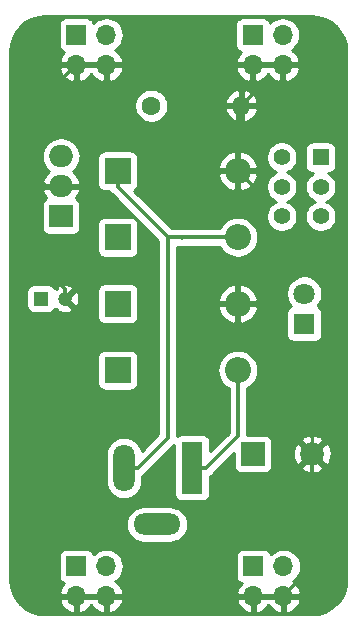
<source format=gbl>
G04 #@! TF.GenerationSoftware,KiCad,Pcbnew,(5.1.4)-1*
G04 #@! TF.CreationDate,2021-12-06T15:52:36-07:00*
G04 #@! TF.ProjectId,BreadBoard PS Ver2,42726561-6442-46f6-9172-642050532056,2*
G04 #@! TF.SameCoordinates,Original*
G04 #@! TF.FileFunction,Copper,L2,Bot*
G04 #@! TF.FilePolarity,Positive*
%FSLAX46Y46*%
G04 Gerber Fmt 4.6, Leading zero omitted, Abs format (unit mm)*
G04 Created by KiCad (PCBNEW (5.1.4)-1) date 2021-12-06 15:52:36*
%MOMM*%
%LPD*%
G04 APERTURE LIST*
%ADD10R,2.000000X2.000000*%
%ADD11C,2.000000*%
%ADD12R,1.200000X1.200000*%
%ADD13C,1.200000*%
%ADD14R,2.200000X2.200000*%
%ADD15O,2.200000X2.200000*%
%ADD16R,1.800000X1.800000*%
%ADD17C,1.800000*%
%ADD18O,4.000000X1.800000*%
%ADD19O,1.800000X4.000000*%
%ADD20R,1.800000X4.400000*%
%ADD21R,1.700000X1.700000*%
%ADD22O,1.700000X1.700000*%
%ADD23C,1.600000*%
%ADD24O,1.600000X1.600000*%
%ADD25R,1.400000X1.400000*%
%ADD26C,1.400000*%
%ADD27R,2.000000X1.905000*%
%ADD28O,2.000000X1.905000*%
%ADD29C,0.250000*%
%ADD30C,0.300000*%
%ADD31C,0.254000*%
G04 APERTURE END LIST*
D10*
X162369500Y-109791500D03*
D11*
X167369500Y-109791500D03*
D12*
X144411700Y-96634300D03*
D13*
X146411700Y-96634300D03*
D14*
X150911000Y-102692200D03*
D15*
X161071000Y-102692200D03*
X161071000Y-97069675D03*
D14*
X150911000Y-97069675D03*
X150911000Y-91447150D03*
D15*
X161071000Y-91447150D03*
X161071000Y-85824625D03*
D14*
X150911000Y-85824625D03*
D16*
X166700200Y-98755200D03*
D17*
X166700200Y-96215200D03*
D18*
X154213300Y-115759900D03*
D19*
X151413300Y-110959900D03*
D20*
X157213300Y-110959900D03*
D21*
X147387500Y-119291100D03*
D22*
X149927500Y-119291100D03*
X147387500Y-121831100D03*
X149927500Y-121831100D03*
X164875400Y-76847700D03*
X162335400Y-76847700D03*
X164875400Y-74307700D03*
D21*
X162335400Y-74307700D03*
D22*
X149927500Y-76847700D03*
X147387500Y-76847700D03*
X149927500Y-74307700D03*
D21*
X147387500Y-74307700D03*
X162398900Y-119291100D03*
D22*
X164938900Y-119291100D03*
X162398900Y-121831100D03*
X164938900Y-121831100D03*
D23*
X153751000Y-80302100D03*
D24*
X161371000Y-80302100D03*
D25*
X168084500Y-84670900D03*
D26*
X168084500Y-87170900D03*
X168084500Y-89670900D03*
X164784500Y-84670900D03*
X164784500Y-87170900D03*
X164784500Y-89670900D03*
D27*
X146113500Y-89662000D03*
D28*
X146113500Y-87122000D03*
X146113500Y-84582000D03*
D29*
X167369500Y-108377287D02*
X167369500Y-109791500D01*
D30*
X167369500Y-104923809D02*
X167369500Y-108377287D01*
X161071000Y-98625309D02*
X167369500Y-104923809D01*
D29*
X161071000Y-97069675D02*
X161071000Y-98625309D01*
D30*
X161071000Y-95514041D02*
X162928300Y-93656741D01*
X161071000Y-97069675D02*
X161071000Y-95514041D01*
X162928300Y-87681925D02*
X161071000Y-85824625D01*
X162928300Y-93656741D02*
X162928300Y-87681925D01*
X161071000Y-80602100D02*
X161371000Y-80302100D01*
X161071000Y-85824625D02*
X161071000Y-80602100D01*
X162335400Y-79337700D02*
X162335400Y-76847700D01*
X161371000Y-80302100D02*
X162335400Y-79337700D01*
X162335400Y-76847700D02*
X164875400Y-76847700D01*
X162335400Y-76847700D02*
X149927500Y-76847700D01*
X149927500Y-76847700D02*
X147387500Y-76847700D01*
X149927500Y-121831100D02*
X162398900Y-121831100D01*
X162398900Y-121831100D02*
X164938900Y-121831100D01*
X167369500Y-119400500D02*
X164938900Y-121831100D01*
X167369500Y-109791500D02*
X167369500Y-119400500D01*
X144813500Y-87122000D02*
X146113500Y-87122000D01*
X144094200Y-87841300D02*
X144813500Y-87122000D01*
D29*
X146113500Y-87122000D02*
X144863500Y-87122000D01*
D30*
X144813500Y-87122000D02*
X144246600Y-86555100D01*
X144246600Y-79988600D02*
X147387500Y-76847700D01*
X144246600Y-86555100D02*
X144246600Y-79988600D01*
X149927500Y-121831100D02*
X147387500Y-121831100D01*
X144094200Y-93468272D02*
X144094200Y-87841300D01*
X146411700Y-95785772D02*
X144094200Y-93468272D01*
X146411700Y-96634300D02*
X146411700Y-95785772D01*
X161071000Y-104247834D02*
X161071000Y-102692200D01*
X161071000Y-108302200D02*
X161071000Y-104247834D01*
X158413300Y-110959900D02*
X161071000Y-108302200D01*
X157213300Y-110959900D02*
X158413300Y-110959900D01*
X150911000Y-87224625D02*
X150911000Y-85824625D01*
X155133525Y-91447150D02*
X150911000Y-87224625D01*
X156311600Y-91465400D02*
X156329850Y-91447150D01*
X156329850Y-91447150D02*
X155133525Y-91447150D01*
X161071000Y-91447150D02*
X156329850Y-91447150D01*
X156375100Y-91492400D02*
X156329850Y-91447150D01*
X155133525Y-108439675D02*
X155133525Y-91447150D01*
X152613300Y-110959900D02*
X155133525Y-108439675D01*
X151413300Y-110959900D02*
X152613300Y-110959900D01*
D31*
G36*
X167894255Y-72791726D02*
G01*
X168444232Y-72957773D01*
X168951482Y-73227483D01*
X169396686Y-73590583D01*
X169762885Y-74033242D01*
X170036128Y-74538595D01*
X170206013Y-75087404D01*
X170269300Y-75689542D01*
X170269300Y-75864118D01*
X170269301Y-75864128D01*
X170269300Y-120401821D01*
X170210074Y-121005854D01*
X170044026Y-121555834D01*
X169774315Y-122063085D01*
X169411218Y-122508286D01*
X168968558Y-122874485D01*
X168463205Y-123147728D01*
X167914397Y-123317613D01*
X167312258Y-123380900D01*
X144761479Y-123380900D01*
X144157446Y-123321674D01*
X143607466Y-123155626D01*
X143100215Y-122885915D01*
X142655014Y-122522818D01*
X142378022Y-122187990D01*
X145946024Y-122187990D01*
X145990675Y-122335199D01*
X146115859Y-122598020D01*
X146289912Y-122831369D01*
X146506145Y-123026278D01*
X146756248Y-123175257D01*
X147030609Y-123272581D01*
X147260500Y-123151914D01*
X147260500Y-121958100D01*
X147514500Y-121958100D01*
X147514500Y-123151914D01*
X147744391Y-123272581D01*
X148018752Y-123175257D01*
X148268855Y-123026278D01*
X148485088Y-122831369D01*
X148657500Y-122600220D01*
X148829912Y-122831369D01*
X149046145Y-123026278D01*
X149296248Y-123175257D01*
X149570609Y-123272581D01*
X149800500Y-123151914D01*
X149800500Y-121958100D01*
X150054500Y-121958100D01*
X150054500Y-123151914D01*
X150284391Y-123272581D01*
X150558752Y-123175257D01*
X150808855Y-123026278D01*
X151025088Y-122831369D01*
X151199141Y-122598020D01*
X151324325Y-122335199D01*
X151368976Y-122187990D01*
X160957424Y-122187990D01*
X161002075Y-122335199D01*
X161127259Y-122598020D01*
X161301312Y-122831369D01*
X161517545Y-123026278D01*
X161767648Y-123175257D01*
X162042009Y-123272581D01*
X162271900Y-123151914D01*
X162271900Y-121958100D01*
X162525900Y-121958100D01*
X162525900Y-123151914D01*
X162755791Y-123272581D01*
X163030152Y-123175257D01*
X163280255Y-123026278D01*
X163496488Y-122831369D01*
X163668900Y-122600220D01*
X163841312Y-122831369D01*
X164057545Y-123026278D01*
X164307648Y-123175257D01*
X164582009Y-123272581D01*
X164811900Y-123151914D01*
X164811900Y-121958100D01*
X165065900Y-121958100D01*
X165065900Y-123151914D01*
X165295791Y-123272581D01*
X165570152Y-123175257D01*
X165820255Y-123026278D01*
X166036488Y-122831369D01*
X166210541Y-122598020D01*
X166335725Y-122335199D01*
X166380376Y-122187990D01*
X166259055Y-121958100D01*
X165065900Y-121958100D01*
X164811900Y-121958100D01*
X162525900Y-121958100D01*
X162271900Y-121958100D01*
X161078745Y-121958100D01*
X160957424Y-122187990D01*
X151368976Y-122187990D01*
X151247655Y-121958100D01*
X150054500Y-121958100D01*
X149800500Y-121958100D01*
X147514500Y-121958100D01*
X147260500Y-121958100D01*
X146067345Y-121958100D01*
X145946024Y-122187990D01*
X142378022Y-122187990D01*
X142288815Y-122080158D01*
X142015572Y-121574805D01*
X141845687Y-121025997D01*
X141782400Y-120423858D01*
X141782400Y-118441100D01*
X145899428Y-118441100D01*
X145899428Y-120141100D01*
X145911688Y-120265582D01*
X145947998Y-120385280D01*
X146006963Y-120495594D01*
X146086315Y-120592285D01*
X146183006Y-120671637D01*
X146293320Y-120730602D01*
X146373966Y-120755066D01*
X146289912Y-120830831D01*
X146115859Y-121064180D01*
X145990675Y-121327001D01*
X145946024Y-121474210D01*
X146067345Y-121704100D01*
X147260500Y-121704100D01*
X147260500Y-121684100D01*
X147514500Y-121684100D01*
X147514500Y-121704100D01*
X149800500Y-121704100D01*
X149800500Y-121684100D01*
X150054500Y-121684100D01*
X150054500Y-121704100D01*
X151247655Y-121704100D01*
X151368976Y-121474210D01*
X151324325Y-121327001D01*
X151199141Y-121064180D01*
X151025088Y-120830831D01*
X150808855Y-120635922D01*
X150691977Y-120566301D01*
X150756514Y-120531806D01*
X150982634Y-120346234D01*
X151168206Y-120120114D01*
X151306099Y-119862134D01*
X151391013Y-119582211D01*
X151419685Y-119291100D01*
X151391013Y-118999989D01*
X151306099Y-118720066D01*
X151168206Y-118462086D01*
X151150984Y-118441100D01*
X160910828Y-118441100D01*
X160910828Y-120141100D01*
X160923088Y-120265582D01*
X160959398Y-120385280D01*
X161018363Y-120495594D01*
X161097715Y-120592285D01*
X161194406Y-120671637D01*
X161304720Y-120730602D01*
X161385366Y-120755066D01*
X161301312Y-120830831D01*
X161127259Y-121064180D01*
X161002075Y-121327001D01*
X160957424Y-121474210D01*
X161078745Y-121704100D01*
X162271900Y-121704100D01*
X162271900Y-121684100D01*
X162525900Y-121684100D01*
X162525900Y-121704100D01*
X164811900Y-121704100D01*
X164811900Y-121684100D01*
X165065900Y-121684100D01*
X165065900Y-121704100D01*
X166259055Y-121704100D01*
X166380376Y-121474210D01*
X166335725Y-121327001D01*
X166210541Y-121064180D01*
X166036488Y-120830831D01*
X165820255Y-120635922D01*
X165703377Y-120566301D01*
X165767914Y-120531806D01*
X165994034Y-120346234D01*
X166179606Y-120120114D01*
X166317499Y-119862134D01*
X166402413Y-119582211D01*
X166431085Y-119291100D01*
X166402413Y-118999989D01*
X166317499Y-118720066D01*
X166179606Y-118462086D01*
X165994034Y-118235966D01*
X165767914Y-118050394D01*
X165509934Y-117912501D01*
X165230011Y-117827587D01*
X165011850Y-117806100D01*
X164865950Y-117806100D01*
X164647789Y-117827587D01*
X164367866Y-117912501D01*
X164109886Y-118050394D01*
X163883766Y-118235966D01*
X163859293Y-118265787D01*
X163838402Y-118196920D01*
X163779437Y-118086606D01*
X163700085Y-117989915D01*
X163603394Y-117910563D01*
X163493080Y-117851598D01*
X163373382Y-117815288D01*
X163248900Y-117803028D01*
X161548900Y-117803028D01*
X161424418Y-117815288D01*
X161304720Y-117851598D01*
X161194406Y-117910563D01*
X161097715Y-117989915D01*
X161018363Y-118086606D01*
X160959398Y-118196920D01*
X160923088Y-118316618D01*
X160910828Y-118441100D01*
X151150984Y-118441100D01*
X150982634Y-118235966D01*
X150756514Y-118050394D01*
X150498534Y-117912501D01*
X150218611Y-117827587D01*
X150000450Y-117806100D01*
X149854550Y-117806100D01*
X149636389Y-117827587D01*
X149356466Y-117912501D01*
X149098486Y-118050394D01*
X148872366Y-118235966D01*
X148847893Y-118265787D01*
X148827002Y-118196920D01*
X148768037Y-118086606D01*
X148688685Y-117989915D01*
X148591994Y-117910563D01*
X148481680Y-117851598D01*
X148361982Y-117815288D01*
X148237500Y-117803028D01*
X146537500Y-117803028D01*
X146413018Y-117815288D01*
X146293320Y-117851598D01*
X146183006Y-117910563D01*
X146086315Y-117989915D01*
X146006963Y-118086606D01*
X145947998Y-118196920D01*
X145911688Y-118316618D01*
X145899428Y-118441100D01*
X141782400Y-118441100D01*
X141782400Y-115759900D01*
X151570873Y-115759900D01*
X151600510Y-116060813D01*
X151688283Y-116350161D01*
X151830819Y-116616827D01*
X152022639Y-116850561D01*
X152256373Y-117042381D01*
X152523039Y-117184917D01*
X152812387Y-117272690D01*
X153037892Y-117294900D01*
X155388708Y-117294900D01*
X155614213Y-117272690D01*
X155903561Y-117184917D01*
X156170227Y-117042381D01*
X156403961Y-116850561D01*
X156595781Y-116616827D01*
X156738317Y-116350161D01*
X156826090Y-116060813D01*
X156855727Y-115759900D01*
X156826090Y-115458987D01*
X156738317Y-115169639D01*
X156595781Y-114902973D01*
X156403961Y-114669239D01*
X156170227Y-114477419D01*
X155903561Y-114334883D01*
X155614213Y-114247110D01*
X155388708Y-114224900D01*
X153037892Y-114224900D01*
X152812387Y-114247110D01*
X152523039Y-114334883D01*
X152256373Y-114477419D01*
X152022639Y-114669239D01*
X151830819Y-114902973D01*
X151688283Y-115169639D01*
X151600510Y-115458987D01*
X151570873Y-115759900D01*
X141782400Y-115759900D01*
X141782400Y-101592200D01*
X149172928Y-101592200D01*
X149172928Y-103792200D01*
X149185188Y-103916682D01*
X149221498Y-104036380D01*
X149280463Y-104146694D01*
X149359815Y-104243385D01*
X149456506Y-104322737D01*
X149566820Y-104381702D01*
X149686518Y-104418012D01*
X149811000Y-104430272D01*
X152011000Y-104430272D01*
X152135482Y-104418012D01*
X152255180Y-104381702D01*
X152365494Y-104322737D01*
X152462185Y-104243385D01*
X152541537Y-104146694D01*
X152600502Y-104036380D01*
X152636812Y-103916682D01*
X152649072Y-103792200D01*
X152649072Y-101592200D01*
X152636812Y-101467718D01*
X152600502Y-101348020D01*
X152541537Y-101237706D01*
X152462185Y-101141015D01*
X152365494Y-101061663D01*
X152255180Y-101002698D01*
X152135482Y-100966388D01*
X152011000Y-100954128D01*
X149811000Y-100954128D01*
X149686518Y-100966388D01*
X149566820Y-101002698D01*
X149456506Y-101061663D01*
X149359815Y-101141015D01*
X149280463Y-101237706D01*
X149221498Y-101348020D01*
X149185188Y-101467718D01*
X149172928Y-101592200D01*
X141782400Y-101592200D01*
X141782400Y-96034300D01*
X143173628Y-96034300D01*
X143173628Y-97234300D01*
X143185888Y-97358782D01*
X143222198Y-97478480D01*
X143281163Y-97588794D01*
X143360515Y-97685485D01*
X143457206Y-97764837D01*
X143567520Y-97823802D01*
X143687218Y-97860112D01*
X143811700Y-97872372D01*
X145011700Y-97872372D01*
X145136182Y-97860112D01*
X145255880Y-97823802D01*
X145366194Y-97764837D01*
X145462885Y-97685485D01*
X145542237Y-97588794D01*
X145566558Y-97543294D01*
X145624436Y-97601172D01*
X145741542Y-97484066D01*
X145788848Y-97707648D01*
X146010216Y-97808537D01*
X146247013Y-97864300D01*
X146490138Y-97872795D01*
X146730249Y-97833695D01*
X146958118Y-97748502D01*
X147034552Y-97707648D01*
X147081859Y-97484064D01*
X146411700Y-96813905D01*
X146397558Y-96828048D01*
X146217953Y-96648443D01*
X146232095Y-96634300D01*
X146591305Y-96634300D01*
X147261464Y-97304459D01*
X147485048Y-97257152D01*
X147585937Y-97035784D01*
X147641700Y-96798987D01*
X147650195Y-96555862D01*
X147611095Y-96315751D01*
X147525902Y-96087882D01*
X147485048Y-96011448D01*
X147287619Y-95969675D01*
X149172928Y-95969675D01*
X149172928Y-98169675D01*
X149185188Y-98294157D01*
X149221498Y-98413855D01*
X149280463Y-98524169D01*
X149359815Y-98620860D01*
X149456506Y-98700212D01*
X149566820Y-98759177D01*
X149686518Y-98795487D01*
X149811000Y-98807747D01*
X152011000Y-98807747D01*
X152135482Y-98795487D01*
X152255180Y-98759177D01*
X152365494Y-98700212D01*
X152462185Y-98620860D01*
X152541537Y-98524169D01*
X152600502Y-98413855D01*
X152636812Y-98294157D01*
X152649072Y-98169675D01*
X152649072Y-95969675D01*
X152636812Y-95845193D01*
X152600502Y-95725495D01*
X152541537Y-95615181D01*
X152462185Y-95518490D01*
X152365494Y-95439138D01*
X152255180Y-95380173D01*
X152135482Y-95343863D01*
X152011000Y-95331603D01*
X149811000Y-95331603D01*
X149686518Y-95343863D01*
X149566820Y-95380173D01*
X149456506Y-95439138D01*
X149359815Y-95518490D01*
X149280463Y-95615181D01*
X149221498Y-95725495D01*
X149185188Y-95845193D01*
X149172928Y-95969675D01*
X147287619Y-95969675D01*
X147261464Y-95964141D01*
X146591305Y-96634300D01*
X146232095Y-96634300D01*
X146217953Y-96620158D01*
X146397558Y-96440553D01*
X146411700Y-96454695D01*
X147081859Y-95784536D01*
X147034552Y-95560952D01*
X146813184Y-95460063D01*
X146576387Y-95404300D01*
X146333262Y-95395805D01*
X146093151Y-95434905D01*
X145865282Y-95520098D01*
X145788848Y-95560952D01*
X145741542Y-95784534D01*
X145624436Y-95667428D01*
X145566558Y-95725306D01*
X145542237Y-95679806D01*
X145462885Y-95583115D01*
X145366194Y-95503763D01*
X145255880Y-95444798D01*
X145136182Y-95408488D01*
X145011700Y-95396228D01*
X143811700Y-95396228D01*
X143687218Y-95408488D01*
X143567520Y-95444798D01*
X143457206Y-95503763D01*
X143360515Y-95583115D01*
X143281163Y-95679806D01*
X143222198Y-95790120D01*
X143185888Y-95909818D01*
X143173628Y-96034300D01*
X141782400Y-96034300D01*
X141782400Y-88709500D01*
X144475428Y-88709500D01*
X144475428Y-90614500D01*
X144487688Y-90738982D01*
X144523998Y-90858680D01*
X144582963Y-90968994D01*
X144662315Y-91065685D01*
X144759006Y-91145037D01*
X144869320Y-91204002D01*
X144989018Y-91240312D01*
X145113500Y-91252572D01*
X147113500Y-91252572D01*
X147237982Y-91240312D01*
X147357680Y-91204002D01*
X147467994Y-91145037D01*
X147564685Y-91065685D01*
X147644037Y-90968994D01*
X147703002Y-90858680D01*
X147739312Y-90738982D01*
X147751572Y-90614500D01*
X147751572Y-90347150D01*
X149172928Y-90347150D01*
X149172928Y-92547150D01*
X149185188Y-92671632D01*
X149221498Y-92791330D01*
X149280463Y-92901644D01*
X149359815Y-92998335D01*
X149456506Y-93077687D01*
X149566820Y-93136652D01*
X149686518Y-93172962D01*
X149811000Y-93185222D01*
X152011000Y-93185222D01*
X152135482Y-93172962D01*
X152255180Y-93136652D01*
X152365494Y-93077687D01*
X152462185Y-92998335D01*
X152541537Y-92901644D01*
X152600502Y-92791330D01*
X152636812Y-92671632D01*
X152649072Y-92547150D01*
X152649072Y-90347150D01*
X152636812Y-90222668D01*
X152600502Y-90102970D01*
X152541537Y-89992656D01*
X152462185Y-89895965D01*
X152365494Y-89816613D01*
X152255180Y-89757648D01*
X152135482Y-89721338D01*
X152011000Y-89709078D01*
X149811000Y-89709078D01*
X149686518Y-89721338D01*
X149566820Y-89757648D01*
X149456506Y-89816613D01*
X149359815Y-89895965D01*
X149280463Y-89992656D01*
X149221498Y-90102970D01*
X149185188Y-90222668D01*
X149172928Y-90347150D01*
X147751572Y-90347150D01*
X147751572Y-88709500D01*
X147739312Y-88585018D01*
X147703002Y-88465320D01*
X147644037Y-88355006D01*
X147564685Y-88258315D01*
X147467994Y-88178963D01*
X147376281Y-88129941D01*
X147489469Y-87988923D01*
X147633071Y-87713094D01*
X147704063Y-87494980D01*
X147584094Y-87249000D01*
X146240500Y-87249000D01*
X146240500Y-87269000D01*
X145986500Y-87269000D01*
X145986500Y-87249000D01*
X144642906Y-87249000D01*
X144522937Y-87494980D01*
X144593929Y-87713094D01*
X144737531Y-87988923D01*
X144850719Y-88129941D01*
X144759006Y-88178963D01*
X144662315Y-88258315D01*
X144582963Y-88355006D01*
X144523998Y-88465320D01*
X144487688Y-88585018D01*
X144475428Y-88709500D01*
X141782400Y-88709500D01*
X141782400Y-84582000D01*
X144470819Y-84582000D01*
X144501470Y-84893204D01*
X144592245Y-85192449D01*
X144739655Y-85468235D01*
X144938037Y-85709963D01*
X145117399Y-85857163D01*
X144932185Y-86012563D01*
X144737531Y-86255077D01*
X144593929Y-86530906D01*
X144522937Y-86749020D01*
X144642906Y-86995000D01*
X145986500Y-86995000D01*
X145986500Y-86975000D01*
X146240500Y-86975000D01*
X146240500Y-86995000D01*
X147584094Y-86995000D01*
X147704063Y-86749020D01*
X147633071Y-86530906D01*
X147489469Y-86255077D01*
X147294815Y-86012563D01*
X147109601Y-85857163D01*
X147288963Y-85709963D01*
X147487345Y-85468235D01*
X147634755Y-85192449D01*
X147725530Y-84893204D01*
X147742133Y-84724625D01*
X149172928Y-84724625D01*
X149172928Y-86924625D01*
X149185188Y-87049107D01*
X149221498Y-87168805D01*
X149280463Y-87279119D01*
X149359815Y-87375810D01*
X149456506Y-87455162D01*
X149566820Y-87514127D01*
X149686518Y-87550437D01*
X149811000Y-87562697D01*
X150201602Y-87562697D01*
X150255138Y-87662857D01*
X150353236Y-87782389D01*
X150383190Y-87806972D01*
X154348526Y-91772309D01*
X154348525Y-108114517D01*
X152920962Y-109542081D01*
X152838317Y-109269639D01*
X152695781Y-109002973D01*
X152503961Y-108769239D01*
X152270227Y-108577419D01*
X152003561Y-108434883D01*
X151714213Y-108347110D01*
X151413300Y-108317473D01*
X151112388Y-108347110D01*
X150823040Y-108434883D01*
X150556374Y-108577419D01*
X150322640Y-108769239D01*
X150130820Y-109002973D01*
X149988284Y-109269639D01*
X149900511Y-109558987D01*
X149878301Y-109784492D01*
X149878300Y-112135307D01*
X149900510Y-112360812D01*
X149988283Y-112650160D01*
X150130819Y-112916826D01*
X150322639Y-113150561D01*
X150556373Y-113342381D01*
X150823039Y-113484917D01*
X151112387Y-113572690D01*
X151413300Y-113602327D01*
X151714212Y-113572690D01*
X152003560Y-113484917D01*
X152270226Y-113342381D01*
X152503961Y-113150561D01*
X152695781Y-112916827D01*
X152838317Y-112650161D01*
X152926090Y-112360813D01*
X152948300Y-112135308D01*
X152948300Y-111670941D01*
X153051533Y-111615762D01*
X153171064Y-111517664D01*
X153195647Y-111487710D01*
X155661342Y-109022016D01*
X155675228Y-109010620D01*
X155675228Y-113159900D01*
X155687488Y-113284382D01*
X155723798Y-113404080D01*
X155782763Y-113514394D01*
X155862115Y-113611085D01*
X155958806Y-113690437D01*
X156069120Y-113749402D01*
X156188818Y-113785712D01*
X156313300Y-113797972D01*
X158113300Y-113797972D01*
X158237782Y-113785712D01*
X158357480Y-113749402D01*
X158467794Y-113690437D01*
X158564485Y-113611085D01*
X158643837Y-113514394D01*
X158702802Y-113404080D01*
X158739112Y-113284382D01*
X158751372Y-113159900D01*
X158751372Y-111669299D01*
X158851533Y-111615762D01*
X158971064Y-111517664D01*
X158995647Y-111487710D01*
X160731428Y-109751930D01*
X160731428Y-110791500D01*
X160743688Y-110915982D01*
X160779998Y-111035680D01*
X160838963Y-111145994D01*
X160918315Y-111242685D01*
X161015006Y-111322037D01*
X161125320Y-111381002D01*
X161245018Y-111417312D01*
X161369500Y-111429572D01*
X163369500Y-111429572D01*
X163493982Y-111417312D01*
X163613680Y-111381002D01*
X163723994Y-111322037D01*
X163820685Y-111242685D01*
X163900037Y-111145994D01*
X163959002Y-111035680D01*
X163991996Y-110926913D01*
X166413692Y-110926913D01*
X166509456Y-111191314D01*
X166799071Y-111332204D01*
X167110608Y-111413884D01*
X167432095Y-111433218D01*
X167751175Y-111389461D01*
X168055588Y-111284295D01*
X168229544Y-111191314D01*
X168325308Y-110926913D01*
X167369500Y-109971105D01*
X166413692Y-110926913D01*
X163991996Y-110926913D01*
X163995312Y-110915982D01*
X164007572Y-110791500D01*
X164007572Y-109854095D01*
X165727782Y-109854095D01*
X165771539Y-110173175D01*
X165876705Y-110477588D01*
X165969686Y-110651544D01*
X166234087Y-110747308D01*
X167189895Y-109791500D01*
X167549105Y-109791500D01*
X168504913Y-110747308D01*
X168769314Y-110651544D01*
X168910204Y-110361929D01*
X168991884Y-110050392D01*
X169011218Y-109728905D01*
X168967461Y-109409825D01*
X168862295Y-109105412D01*
X168769314Y-108931456D01*
X168504913Y-108835692D01*
X167549105Y-109791500D01*
X167189895Y-109791500D01*
X166234087Y-108835692D01*
X165969686Y-108931456D01*
X165828796Y-109221071D01*
X165747116Y-109532608D01*
X165727782Y-109854095D01*
X164007572Y-109854095D01*
X164007572Y-108791500D01*
X163995312Y-108667018D01*
X163991997Y-108656087D01*
X166413692Y-108656087D01*
X167369500Y-109611895D01*
X168325308Y-108656087D01*
X168229544Y-108391686D01*
X167939929Y-108250796D01*
X167628392Y-108169116D01*
X167306905Y-108149782D01*
X166987825Y-108193539D01*
X166683412Y-108298705D01*
X166509456Y-108391686D01*
X166413692Y-108656087D01*
X163991997Y-108656087D01*
X163959002Y-108547320D01*
X163900037Y-108437006D01*
X163820685Y-108340315D01*
X163723994Y-108260963D01*
X163613680Y-108201998D01*
X163493982Y-108165688D01*
X163369500Y-108153428D01*
X161856000Y-108153428D01*
X161856000Y-104239903D01*
X162039578Y-104141779D01*
X162303766Y-103924966D01*
X162520579Y-103660778D01*
X162681686Y-103359368D01*
X162780895Y-103032319D01*
X162814394Y-102692200D01*
X162780895Y-102352081D01*
X162681686Y-102025032D01*
X162520579Y-101723622D01*
X162303766Y-101459434D01*
X162039578Y-101242621D01*
X161738168Y-101081514D01*
X161411119Y-100982305D01*
X161156225Y-100957200D01*
X160985775Y-100957200D01*
X160730881Y-100982305D01*
X160403832Y-101081514D01*
X160102422Y-101242621D01*
X159838234Y-101459434D01*
X159621421Y-101723622D01*
X159460314Y-102025032D01*
X159361105Y-102352081D01*
X159327606Y-102692200D01*
X159361105Y-103032319D01*
X159460314Y-103359368D01*
X159621421Y-103660778D01*
X159838234Y-103924966D01*
X160102422Y-104141779D01*
X160286000Y-104239903D01*
X160286000Y-104286394D01*
X160286001Y-104286404D01*
X160286000Y-107977042D01*
X158751372Y-109511671D01*
X158751372Y-108759900D01*
X158739112Y-108635418D01*
X158702802Y-108515720D01*
X158643837Y-108405406D01*
X158564485Y-108308715D01*
X158467794Y-108229363D01*
X158357480Y-108170398D01*
X158237782Y-108134088D01*
X158113300Y-108121828D01*
X156313300Y-108121828D01*
X156188818Y-108134088D01*
X156069120Y-108170398D01*
X155958806Y-108229363D01*
X155918525Y-108262421D01*
X155918525Y-97465797D01*
X159381825Y-97465797D01*
X159446425Y-97678769D01*
X159596469Y-97984004D01*
X159803178Y-98254102D01*
X160058609Y-98478683D01*
X160352946Y-98649117D01*
X160674877Y-98758854D01*
X160944000Y-98641275D01*
X160944000Y-97196675D01*
X161198000Y-97196675D01*
X161198000Y-98641275D01*
X161467123Y-98758854D01*
X161789054Y-98649117D01*
X162083391Y-98478683D01*
X162338822Y-98254102D01*
X162545531Y-97984004D01*
X162608847Y-97855200D01*
X165162128Y-97855200D01*
X165162128Y-99655200D01*
X165174388Y-99779682D01*
X165210698Y-99899380D01*
X165269663Y-100009694D01*
X165349015Y-100106385D01*
X165445706Y-100185737D01*
X165556020Y-100244702D01*
X165675718Y-100281012D01*
X165800200Y-100293272D01*
X167600200Y-100293272D01*
X167724682Y-100281012D01*
X167844380Y-100244702D01*
X167954694Y-100185737D01*
X168051385Y-100106385D01*
X168130737Y-100009694D01*
X168189702Y-99899380D01*
X168226012Y-99779682D01*
X168238272Y-99655200D01*
X168238272Y-97855200D01*
X168226012Y-97730718D01*
X168189702Y-97611020D01*
X168130737Y-97500706D01*
X168051385Y-97404015D01*
X167954694Y-97324663D01*
X167844380Y-97265698D01*
X167826073Y-97260144D01*
X167892512Y-97193705D01*
X168060499Y-96942295D01*
X168176211Y-96662943D01*
X168235200Y-96366384D01*
X168235200Y-96064016D01*
X168176211Y-95767457D01*
X168060499Y-95488105D01*
X167892512Y-95236695D01*
X167678705Y-95022888D01*
X167427295Y-94854901D01*
X167147943Y-94739189D01*
X166851384Y-94680200D01*
X166549016Y-94680200D01*
X166252457Y-94739189D01*
X165973105Y-94854901D01*
X165721695Y-95022888D01*
X165507888Y-95236695D01*
X165339901Y-95488105D01*
X165224189Y-95767457D01*
X165165200Y-96064016D01*
X165165200Y-96366384D01*
X165224189Y-96662943D01*
X165339901Y-96942295D01*
X165507888Y-97193705D01*
X165574327Y-97260144D01*
X165556020Y-97265698D01*
X165445706Y-97324663D01*
X165349015Y-97404015D01*
X165269663Y-97500706D01*
X165210698Y-97611020D01*
X165174388Y-97730718D01*
X165162128Y-97855200D01*
X162608847Y-97855200D01*
X162695575Y-97678769D01*
X162760175Y-97465797D01*
X162642125Y-97196675D01*
X161198000Y-97196675D01*
X160944000Y-97196675D01*
X159499875Y-97196675D01*
X159381825Y-97465797D01*
X155918525Y-97465797D01*
X155918525Y-96673553D01*
X159381825Y-96673553D01*
X159499875Y-96942675D01*
X160944000Y-96942675D01*
X160944000Y-95498075D01*
X161198000Y-95498075D01*
X161198000Y-96942675D01*
X162642125Y-96942675D01*
X162760175Y-96673553D01*
X162695575Y-96460581D01*
X162545531Y-96155346D01*
X162338822Y-95885248D01*
X162083391Y-95660667D01*
X161789054Y-95490233D01*
X161467123Y-95380496D01*
X161198000Y-95498075D01*
X160944000Y-95498075D01*
X160674877Y-95380496D01*
X160352946Y-95490233D01*
X160058609Y-95660667D01*
X159803178Y-95885248D01*
X159596469Y-96155346D01*
X159446425Y-96460581D01*
X159381825Y-96673553D01*
X155918525Y-96673553D01*
X155918525Y-92232150D01*
X156109490Y-92232150D01*
X156221213Y-92266041D01*
X156375099Y-92281197D01*
X156528986Y-92266041D01*
X156640710Y-92232150D01*
X159523297Y-92232150D01*
X159621421Y-92415728D01*
X159838234Y-92679916D01*
X160102422Y-92896729D01*
X160403832Y-93057836D01*
X160730881Y-93157045D01*
X160985775Y-93182150D01*
X161156225Y-93182150D01*
X161411119Y-93157045D01*
X161738168Y-93057836D01*
X162039578Y-92896729D01*
X162303766Y-92679916D01*
X162520579Y-92415728D01*
X162681686Y-92114318D01*
X162780895Y-91787269D01*
X162814394Y-91447150D01*
X162780895Y-91107031D01*
X162681686Y-90779982D01*
X162520579Y-90478572D01*
X162303766Y-90214384D01*
X162039578Y-89997571D01*
X161738168Y-89836464D01*
X161411119Y-89737255D01*
X161156225Y-89712150D01*
X160985775Y-89712150D01*
X160730881Y-89737255D01*
X160403832Y-89836464D01*
X160102422Y-89997571D01*
X159838234Y-90214384D01*
X159621421Y-90478572D01*
X159523297Y-90662150D01*
X156368403Y-90662150D01*
X156329850Y-90658353D01*
X156329849Y-90658353D01*
X156291296Y-90662150D01*
X155458683Y-90662150D01*
X152291334Y-87494802D01*
X152365494Y-87455162D01*
X152462185Y-87375810D01*
X152541537Y-87279119D01*
X152600502Y-87168805D01*
X152636812Y-87049107D01*
X152649072Y-86924625D01*
X152649072Y-86220747D01*
X159381825Y-86220747D01*
X159446425Y-86433719D01*
X159596469Y-86738954D01*
X159803178Y-87009052D01*
X160058609Y-87233633D01*
X160352946Y-87404067D01*
X160674877Y-87513804D01*
X160944000Y-87396225D01*
X160944000Y-85951625D01*
X161198000Y-85951625D01*
X161198000Y-87396225D01*
X161467123Y-87513804D01*
X161789054Y-87404067D01*
X162083391Y-87233633D01*
X162338822Y-87009052D01*
X162545531Y-86738954D01*
X162695575Y-86433719D01*
X162760175Y-86220747D01*
X162642125Y-85951625D01*
X161198000Y-85951625D01*
X160944000Y-85951625D01*
X159499875Y-85951625D01*
X159381825Y-86220747D01*
X152649072Y-86220747D01*
X152649072Y-85428503D01*
X159381825Y-85428503D01*
X159499875Y-85697625D01*
X160944000Y-85697625D01*
X160944000Y-84253025D01*
X161198000Y-84253025D01*
X161198000Y-85697625D01*
X162642125Y-85697625D01*
X162760175Y-85428503D01*
X162695575Y-85215531D01*
X162545531Y-84910296D01*
X162338822Y-84640198D01*
X162224194Y-84539414D01*
X163449500Y-84539414D01*
X163449500Y-84802386D01*
X163500804Y-85060305D01*
X163601439Y-85303259D01*
X163747538Y-85521913D01*
X163933487Y-85707862D01*
X164152141Y-85853961D01*
X164313746Y-85920900D01*
X164152141Y-85987839D01*
X163933487Y-86133938D01*
X163747538Y-86319887D01*
X163601439Y-86538541D01*
X163500804Y-86781495D01*
X163449500Y-87039414D01*
X163449500Y-87302386D01*
X163500804Y-87560305D01*
X163601439Y-87803259D01*
X163747538Y-88021913D01*
X163933487Y-88207862D01*
X164152141Y-88353961D01*
X164313746Y-88420900D01*
X164152141Y-88487839D01*
X163933487Y-88633938D01*
X163747538Y-88819887D01*
X163601439Y-89038541D01*
X163500804Y-89281495D01*
X163449500Y-89539414D01*
X163449500Y-89802386D01*
X163500804Y-90060305D01*
X163601439Y-90303259D01*
X163747538Y-90521913D01*
X163933487Y-90707862D01*
X164152141Y-90853961D01*
X164395095Y-90954596D01*
X164653014Y-91005900D01*
X164915986Y-91005900D01*
X165173905Y-90954596D01*
X165416859Y-90853961D01*
X165635513Y-90707862D01*
X165821462Y-90521913D01*
X165967561Y-90303259D01*
X166068196Y-90060305D01*
X166119500Y-89802386D01*
X166119500Y-89539414D01*
X166068196Y-89281495D01*
X165967561Y-89038541D01*
X165821462Y-88819887D01*
X165635513Y-88633938D01*
X165416859Y-88487839D01*
X165255254Y-88420900D01*
X165416859Y-88353961D01*
X165635513Y-88207862D01*
X165821462Y-88021913D01*
X165967561Y-87803259D01*
X166068196Y-87560305D01*
X166119500Y-87302386D01*
X166119500Y-87039414D01*
X166068196Y-86781495D01*
X165967561Y-86538541D01*
X165821462Y-86319887D01*
X165635513Y-86133938D01*
X165416859Y-85987839D01*
X165255254Y-85920900D01*
X165416859Y-85853961D01*
X165635513Y-85707862D01*
X165821462Y-85521913D01*
X165967561Y-85303259D01*
X166068196Y-85060305D01*
X166119500Y-84802386D01*
X166119500Y-84539414D01*
X166068196Y-84281495D01*
X165967561Y-84038541D01*
X165922366Y-83970900D01*
X166746428Y-83970900D01*
X166746428Y-85370900D01*
X166758688Y-85495382D01*
X166794998Y-85615080D01*
X166853963Y-85725394D01*
X166933315Y-85822085D01*
X167030006Y-85901437D01*
X167140320Y-85960402D01*
X167260018Y-85996712D01*
X167384500Y-86008972D01*
X167420513Y-86008972D01*
X167233487Y-86133938D01*
X167047538Y-86319887D01*
X166901439Y-86538541D01*
X166800804Y-86781495D01*
X166749500Y-87039414D01*
X166749500Y-87302386D01*
X166800804Y-87560305D01*
X166901439Y-87803259D01*
X167047538Y-88021913D01*
X167233487Y-88207862D01*
X167452141Y-88353961D01*
X167613746Y-88420900D01*
X167452141Y-88487839D01*
X167233487Y-88633938D01*
X167047538Y-88819887D01*
X166901439Y-89038541D01*
X166800804Y-89281495D01*
X166749500Y-89539414D01*
X166749500Y-89802386D01*
X166800804Y-90060305D01*
X166901439Y-90303259D01*
X167047538Y-90521913D01*
X167233487Y-90707862D01*
X167452141Y-90853961D01*
X167695095Y-90954596D01*
X167953014Y-91005900D01*
X168215986Y-91005900D01*
X168473905Y-90954596D01*
X168716859Y-90853961D01*
X168935513Y-90707862D01*
X169121462Y-90521913D01*
X169267561Y-90303259D01*
X169368196Y-90060305D01*
X169419500Y-89802386D01*
X169419500Y-89539414D01*
X169368196Y-89281495D01*
X169267561Y-89038541D01*
X169121462Y-88819887D01*
X168935513Y-88633938D01*
X168716859Y-88487839D01*
X168555254Y-88420900D01*
X168716859Y-88353961D01*
X168935513Y-88207862D01*
X169121462Y-88021913D01*
X169267561Y-87803259D01*
X169368196Y-87560305D01*
X169419500Y-87302386D01*
X169419500Y-87039414D01*
X169368196Y-86781495D01*
X169267561Y-86538541D01*
X169121462Y-86319887D01*
X168935513Y-86133938D01*
X168748487Y-86008972D01*
X168784500Y-86008972D01*
X168908982Y-85996712D01*
X169028680Y-85960402D01*
X169138994Y-85901437D01*
X169235685Y-85822085D01*
X169315037Y-85725394D01*
X169374002Y-85615080D01*
X169410312Y-85495382D01*
X169422572Y-85370900D01*
X169422572Y-83970900D01*
X169410312Y-83846418D01*
X169374002Y-83726720D01*
X169315037Y-83616406D01*
X169235685Y-83519715D01*
X169138994Y-83440363D01*
X169028680Y-83381398D01*
X168908982Y-83345088D01*
X168784500Y-83332828D01*
X167384500Y-83332828D01*
X167260018Y-83345088D01*
X167140320Y-83381398D01*
X167030006Y-83440363D01*
X166933315Y-83519715D01*
X166853963Y-83616406D01*
X166794998Y-83726720D01*
X166758688Y-83846418D01*
X166746428Y-83970900D01*
X165922366Y-83970900D01*
X165821462Y-83819887D01*
X165635513Y-83633938D01*
X165416859Y-83487839D01*
X165173905Y-83387204D01*
X164915986Y-83335900D01*
X164653014Y-83335900D01*
X164395095Y-83387204D01*
X164152141Y-83487839D01*
X163933487Y-83633938D01*
X163747538Y-83819887D01*
X163601439Y-84038541D01*
X163500804Y-84281495D01*
X163449500Y-84539414D01*
X162224194Y-84539414D01*
X162083391Y-84415617D01*
X161789054Y-84245183D01*
X161467123Y-84135446D01*
X161198000Y-84253025D01*
X160944000Y-84253025D01*
X160674877Y-84135446D01*
X160352946Y-84245183D01*
X160058609Y-84415617D01*
X159803178Y-84640198D01*
X159596469Y-84910296D01*
X159446425Y-85215531D01*
X159381825Y-85428503D01*
X152649072Y-85428503D01*
X152649072Y-84724625D01*
X152636812Y-84600143D01*
X152600502Y-84480445D01*
X152541537Y-84370131D01*
X152462185Y-84273440D01*
X152365494Y-84194088D01*
X152255180Y-84135123D01*
X152135482Y-84098813D01*
X152011000Y-84086553D01*
X149811000Y-84086553D01*
X149686518Y-84098813D01*
X149566820Y-84135123D01*
X149456506Y-84194088D01*
X149359815Y-84273440D01*
X149280463Y-84370131D01*
X149221498Y-84480445D01*
X149185188Y-84600143D01*
X149172928Y-84724625D01*
X147742133Y-84724625D01*
X147756181Y-84582000D01*
X147725530Y-84270796D01*
X147634755Y-83971551D01*
X147487345Y-83695765D01*
X147288963Y-83454037D01*
X147047235Y-83255655D01*
X146771449Y-83108245D01*
X146472204Y-83017470D01*
X146238986Y-82994500D01*
X145988014Y-82994500D01*
X145754796Y-83017470D01*
X145455551Y-83108245D01*
X145179765Y-83255655D01*
X144938037Y-83454037D01*
X144739655Y-83695765D01*
X144592245Y-83971551D01*
X144501470Y-84270796D01*
X144470819Y-84582000D01*
X141782400Y-84582000D01*
X141782400Y-80160765D01*
X152316000Y-80160765D01*
X152316000Y-80443435D01*
X152371147Y-80720674D01*
X152479320Y-80981827D01*
X152636363Y-81216859D01*
X152836241Y-81416737D01*
X153071273Y-81573780D01*
X153332426Y-81681953D01*
X153609665Y-81737100D01*
X153892335Y-81737100D01*
X154169574Y-81681953D01*
X154430727Y-81573780D01*
X154665759Y-81416737D01*
X154865637Y-81216859D01*
X155022680Y-80981827D01*
X155130853Y-80720674D01*
X155144684Y-80651139D01*
X159979096Y-80651139D01*
X160019754Y-80785187D01*
X160139963Y-81039520D01*
X160307481Y-81265514D01*
X160515869Y-81454485D01*
X160757119Y-81599170D01*
X161021960Y-81694009D01*
X161244000Y-81572724D01*
X161244000Y-80429100D01*
X161498000Y-80429100D01*
X161498000Y-81572724D01*
X161720040Y-81694009D01*
X161984881Y-81599170D01*
X162226131Y-81454485D01*
X162434519Y-81265514D01*
X162602037Y-81039520D01*
X162722246Y-80785187D01*
X162762904Y-80651139D01*
X162640915Y-80429100D01*
X161498000Y-80429100D01*
X161244000Y-80429100D01*
X160101085Y-80429100D01*
X159979096Y-80651139D01*
X155144684Y-80651139D01*
X155186000Y-80443435D01*
X155186000Y-80160765D01*
X155144685Y-79953061D01*
X159979096Y-79953061D01*
X160101085Y-80175100D01*
X161244000Y-80175100D01*
X161244000Y-79031476D01*
X161498000Y-79031476D01*
X161498000Y-80175100D01*
X162640915Y-80175100D01*
X162762904Y-79953061D01*
X162722246Y-79819013D01*
X162602037Y-79564680D01*
X162434519Y-79338686D01*
X162226131Y-79149715D01*
X161984881Y-79005030D01*
X161720040Y-78910191D01*
X161498000Y-79031476D01*
X161244000Y-79031476D01*
X161021960Y-78910191D01*
X160757119Y-79005030D01*
X160515869Y-79149715D01*
X160307481Y-79338686D01*
X160139963Y-79564680D01*
X160019754Y-79819013D01*
X159979096Y-79953061D01*
X155144685Y-79953061D01*
X155130853Y-79883526D01*
X155022680Y-79622373D01*
X154865637Y-79387341D01*
X154665759Y-79187463D01*
X154430727Y-79030420D01*
X154169574Y-78922247D01*
X153892335Y-78867100D01*
X153609665Y-78867100D01*
X153332426Y-78922247D01*
X153071273Y-79030420D01*
X152836241Y-79187463D01*
X152636363Y-79387341D01*
X152479320Y-79622373D01*
X152371147Y-79883526D01*
X152316000Y-80160765D01*
X141782400Y-80160765D01*
X141782400Y-77204590D01*
X145946024Y-77204590D01*
X145990675Y-77351799D01*
X146115859Y-77614620D01*
X146289912Y-77847969D01*
X146506145Y-78042878D01*
X146756248Y-78191857D01*
X147030609Y-78289181D01*
X147260500Y-78168514D01*
X147260500Y-76974700D01*
X147514500Y-76974700D01*
X147514500Y-78168514D01*
X147744391Y-78289181D01*
X148018752Y-78191857D01*
X148268855Y-78042878D01*
X148485088Y-77847969D01*
X148657500Y-77616820D01*
X148829912Y-77847969D01*
X149046145Y-78042878D01*
X149296248Y-78191857D01*
X149570609Y-78289181D01*
X149800500Y-78168514D01*
X149800500Y-76974700D01*
X150054500Y-76974700D01*
X150054500Y-78168514D01*
X150284391Y-78289181D01*
X150558752Y-78191857D01*
X150808855Y-78042878D01*
X151025088Y-77847969D01*
X151199141Y-77614620D01*
X151324325Y-77351799D01*
X151368976Y-77204590D01*
X160893924Y-77204590D01*
X160938575Y-77351799D01*
X161063759Y-77614620D01*
X161237812Y-77847969D01*
X161454045Y-78042878D01*
X161704148Y-78191857D01*
X161978509Y-78289181D01*
X162208400Y-78168514D01*
X162208400Y-76974700D01*
X162462400Y-76974700D01*
X162462400Y-78168514D01*
X162692291Y-78289181D01*
X162966652Y-78191857D01*
X163216755Y-78042878D01*
X163432988Y-77847969D01*
X163605400Y-77616820D01*
X163777812Y-77847969D01*
X163994045Y-78042878D01*
X164244148Y-78191857D01*
X164518509Y-78289181D01*
X164748400Y-78168514D01*
X164748400Y-76974700D01*
X165002400Y-76974700D01*
X165002400Y-78168514D01*
X165232291Y-78289181D01*
X165506652Y-78191857D01*
X165756755Y-78042878D01*
X165972988Y-77847969D01*
X166147041Y-77614620D01*
X166272225Y-77351799D01*
X166316876Y-77204590D01*
X166195555Y-76974700D01*
X165002400Y-76974700D01*
X164748400Y-76974700D01*
X162462400Y-76974700D01*
X162208400Y-76974700D01*
X161015245Y-76974700D01*
X160893924Y-77204590D01*
X151368976Y-77204590D01*
X151247655Y-76974700D01*
X150054500Y-76974700D01*
X149800500Y-76974700D01*
X147514500Y-76974700D01*
X147260500Y-76974700D01*
X146067345Y-76974700D01*
X145946024Y-77204590D01*
X141782400Y-77204590D01*
X141782400Y-75711579D01*
X141841626Y-75107545D01*
X142007673Y-74557568D01*
X142277383Y-74050318D01*
X142640483Y-73605114D01*
X142818676Y-73457700D01*
X145899428Y-73457700D01*
X145899428Y-75157700D01*
X145911688Y-75282182D01*
X145947998Y-75401880D01*
X146006963Y-75512194D01*
X146086315Y-75608885D01*
X146183006Y-75688237D01*
X146293320Y-75747202D01*
X146373966Y-75771666D01*
X146289912Y-75847431D01*
X146115859Y-76080780D01*
X145990675Y-76343601D01*
X145946024Y-76490810D01*
X146067345Y-76720700D01*
X147260500Y-76720700D01*
X147260500Y-76700700D01*
X147514500Y-76700700D01*
X147514500Y-76720700D01*
X149800500Y-76720700D01*
X149800500Y-76700700D01*
X150054500Y-76700700D01*
X150054500Y-76720700D01*
X151247655Y-76720700D01*
X151368976Y-76490810D01*
X151324325Y-76343601D01*
X151199141Y-76080780D01*
X151025088Y-75847431D01*
X150808855Y-75652522D01*
X150691977Y-75582901D01*
X150756514Y-75548406D01*
X150982634Y-75362834D01*
X151168206Y-75136714D01*
X151306099Y-74878734D01*
X151391013Y-74598811D01*
X151419685Y-74307700D01*
X151391013Y-74016589D01*
X151306099Y-73736666D01*
X151168206Y-73478686D01*
X151150984Y-73457700D01*
X160847328Y-73457700D01*
X160847328Y-75157700D01*
X160859588Y-75282182D01*
X160895898Y-75401880D01*
X160954863Y-75512194D01*
X161034215Y-75608885D01*
X161130906Y-75688237D01*
X161241220Y-75747202D01*
X161321866Y-75771666D01*
X161237812Y-75847431D01*
X161063759Y-76080780D01*
X160938575Y-76343601D01*
X160893924Y-76490810D01*
X161015245Y-76720700D01*
X162208400Y-76720700D01*
X162208400Y-76700700D01*
X162462400Y-76700700D01*
X162462400Y-76720700D01*
X164748400Y-76720700D01*
X164748400Y-76700700D01*
X165002400Y-76700700D01*
X165002400Y-76720700D01*
X166195555Y-76720700D01*
X166316876Y-76490810D01*
X166272225Y-76343601D01*
X166147041Y-76080780D01*
X165972988Y-75847431D01*
X165756755Y-75652522D01*
X165639877Y-75582901D01*
X165704414Y-75548406D01*
X165930534Y-75362834D01*
X166116106Y-75136714D01*
X166253999Y-74878734D01*
X166338913Y-74598811D01*
X166367585Y-74307700D01*
X166338913Y-74016589D01*
X166253999Y-73736666D01*
X166116106Y-73478686D01*
X165930534Y-73252566D01*
X165704414Y-73066994D01*
X165446434Y-72929101D01*
X165166511Y-72844187D01*
X164948350Y-72822700D01*
X164802450Y-72822700D01*
X164584289Y-72844187D01*
X164304366Y-72929101D01*
X164046386Y-73066994D01*
X163820266Y-73252566D01*
X163795793Y-73282387D01*
X163774902Y-73213520D01*
X163715937Y-73103206D01*
X163636585Y-73006515D01*
X163539894Y-72927163D01*
X163429580Y-72868198D01*
X163309882Y-72831888D01*
X163185400Y-72819628D01*
X161485400Y-72819628D01*
X161360918Y-72831888D01*
X161241220Y-72868198D01*
X161130906Y-72927163D01*
X161034215Y-73006515D01*
X160954863Y-73103206D01*
X160895898Y-73213520D01*
X160859588Y-73333218D01*
X160847328Y-73457700D01*
X151150984Y-73457700D01*
X150982634Y-73252566D01*
X150756514Y-73066994D01*
X150498534Y-72929101D01*
X150218611Y-72844187D01*
X150000450Y-72822700D01*
X149854550Y-72822700D01*
X149636389Y-72844187D01*
X149356466Y-72929101D01*
X149098486Y-73066994D01*
X148872366Y-73252566D01*
X148847893Y-73282387D01*
X148827002Y-73213520D01*
X148768037Y-73103206D01*
X148688685Y-73006515D01*
X148591994Y-72927163D01*
X148481680Y-72868198D01*
X148361982Y-72831888D01*
X148237500Y-72819628D01*
X146537500Y-72819628D01*
X146413018Y-72831888D01*
X146293320Y-72868198D01*
X146183006Y-72927163D01*
X146086315Y-73006515D01*
X146006963Y-73103206D01*
X145947998Y-73213520D01*
X145911688Y-73333218D01*
X145899428Y-73457700D01*
X142818676Y-73457700D01*
X143083142Y-73238915D01*
X143588495Y-72965672D01*
X144137304Y-72795787D01*
X144739442Y-72732500D01*
X167290221Y-72732500D01*
X167894255Y-72791726D01*
X167894255Y-72791726D01*
G37*
X167894255Y-72791726D02*
X168444232Y-72957773D01*
X168951482Y-73227483D01*
X169396686Y-73590583D01*
X169762885Y-74033242D01*
X170036128Y-74538595D01*
X170206013Y-75087404D01*
X170269300Y-75689542D01*
X170269300Y-75864118D01*
X170269301Y-75864128D01*
X170269300Y-120401821D01*
X170210074Y-121005854D01*
X170044026Y-121555834D01*
X169774315Y-122063085D01*
X169411218Y-122508286D01*
X168968558Y-122874485D01*
X168463205Y-123147728D01*
X167914397Y-123317613D01*
X167312258Y-123380900D01*
X144761479Y-123380900D01*
X144157446Y-123321674D01*
X143607466Y-123155626D01*
X143100215Y-122885915D01*
X142655014Y-122522818D01*
X142378022Y-122187990D01*
X145946024Y-122187990D01*
X145990675Y-122335199D01*
X146115859Y-122598020D01*
X146289912Y-122831369D01*
X146506145Y-123026278D01*
X146756248Y-123175257D01*
X147030609Y-123272581D01*
X147260500Y-123151914D01*
X147260500Y-121958100D01*
X147514500Y-121958100D01*
X147514500Y-123151914D01*
X147744391Y-123272581D01*
X148018752Y-123175257D01*
X148268855Y-123026278D01*
X148485088Y-122831369D01*
X148657500Y-122600220D01*
X148829912Y-122831369D01*
X149046145Y-123026278D01*
X149296248Y-123175257D01*
X149570609Y-123272581D01*
X149800500Y-123151914D01*
X149800500Y-121958100D01*
X150054500Y-121958100D01*
X150054500Y-123151914D01*
X150284391Y-123272581D01*
X150558752Y-123175257D01*
X150808855Y-123026278D01*
X151025088Y-122831369D01*
X151199141Y-122598020D01*
X151324325Y-122335199D01*
X151368976Y-122187990D01*
X160957424Y-122187990D01*
X161002075Y-122335199D01*
X161127259Y-122598020D01*
X161301312Y-122831369D01*
X161517545Y-123026278D01*
X161767648Y-123175257D01*
X162042009Y-123272581D01*
X162271900Y-123151914D01*
X162271900Y-121958100D01*
X162525900Y-121958100D01*
X162525900Y-123151914D01*
X162755791Y-123272581D01*
X163030152Y-123175257D01*
X163280255Y-123026278D01*
X163496488Y-122831369D01*
X163668900Y-122600220D01*
X163841312Y-122831369D01*
X164057545Y-123026278D01*
X164307648Y-123175257D01*
X164582009Y-123272581D01*
X164811900Y-123151914D01*
X164811900Y-121958100D01*
X165065900Y-121958100D01*
X165065900Y-123151914D01*
X165295791Y-123272581D01*
X165570152Y-123175257D01*
X165820255Y-123026278D01*
X166036488Y-122831369D01*
X166210541Y-122598020D01*
X166335725Y-122335199D01*
X166380376Y-122187990D01*
X166259055Y-121958100D01*
X165065900Y-121958100D01*
X164811900Y-121958100D01*
X162525900Y-121958100D01*
X162271900Y-121958100D01*
X161078745Y-121958100D01*
X160957424Y-122187990D01*
X151368976Y-122187990D01*
X151247655Y-121958100D01*
X150054500Y-121958100D01*
X149800500Y-121958100D01*
X147514500Y-121958100D01*
X147260500Y-121958100D01*
X146067345Y-121958100D01*
X145946024Y-122187990D01*
X142378022Y-122187990D01*
X142288815Y-122080158D01*
X142015572Y-121574805D01*
X141845687Y-121025997D01*
X141782400Y-120423858D01*
X141782400Y-118441100D01*
X145899428Y-118441100D01*
X145899428Y-120141100D01*
X145911688Y-120265582D01*
X145947998Y-120385280D01*
X146006963Y-120495594D01*
X146086315Y-120592285D01*
X146183006Y-120671637D01*
X146293320Y-120730602D01*
X146373966Y-120755066D01*
X146289912Y-120830831D01*
X146115859Y-121064180D01*
X145990675Y-121327001D01*
X145946024Y-121474210D01*
X146067345Y-121704100D01*
X147260500Y-121704100D01*
X147260500Y-121684100D01*
X147514500Y-121684100D01*
X147514500Y-121704100D01*
X149800500Y-121704100D01*
X149800500Y-121684100D01*
X150054500Y-121684100D01*
X150054500Y-121704100D01*
X151247655Y-121704100D01*
X151368976Y-121474210D01*
X151324325Y-121327001D01*
X151199141Y-121064180D01*
X151025088Y-120830831D01*
X150808855Y-120635922D01*
X150691977Y-120566301D01*
X150756514Y-120531806D01*
X150982634Y-120346234D01*
X151168206Y-120120114D01*
X151306099Y-119862134D01*
X151391013Y-119582211D01*
X151419685Y-119291100D01*
X151391013Y-118999989D01*
X151306099Y-118720066D01*
X151168206Y-118462086D01*
X151150984Y-118441100D01*
X160910828Y-118441100D01*
X160910828Y-120141100D01*
X160923088Y-120265582D01*
X160959398Y-120385280D01*
X161018363Y-120495594D01*
X161097715Y-120592285D01*
X161194406Y-120671637D01*
X161304720Y-120730602D01*
X161385366Y-120755066D01*
X161301312Y-120830831D01*
X161127259Y-121064180D01*
X161002075Y-121327001D01*
X160957424Y-121474210D01*
X161078745Y-121704100D01*
X162271900Y-121704100D01*
X162271900Y-121684100D01*
X162525900Y-121684100D01*
X162525900Y-121704100D01*
X164811900Y-121704100D01*
X164811900Y-121684100D01*
X165065900Y-121684100D01*
X165065900Y-121704100D01*
X166259055Y-121704100D01*
X166380376Y-121474210D01*
X166335725Y-121327001D01*
X166210541Y-121064180D01*
X166036488Y-120830831D01*
X165820255Y-120635922D01*
X165703377Y-120566301D01*
X165767914Y-120531806D01*
X165994034Y-120346234D01*
X166179606Y-120120114D01*
X166317499Y-119862134D01*
X166402413Y-119582211D01*
X166431085Y-119291100D01*
X166402413Y-118999989D01*
X166317499Y-118720066D01*
X166179606Y-118462086D01*
X165994034Y-118235966D01*
X165767914Y-118050394D01*
X165509934Y-117912501D01*
X165230011Y-117827587D01*
X165011850Y-117806100D01*
X164865950Y-117806100D01*
X164647789Y-117827587D01*
X164367866Y-117912501D01*
X164109886Y-118050394D01*
X163883766Y-118235966D01*
X163859293Y-118265787D01*
X163838402Y-118196920D01*
X163779437Y-118086606D01*
X163700085Y-117989915D01*
X163603394Y-117910563D01*
X163493080Y-117851598D01*
X163373382Y-117815288D01*
X163248900Y-117803028D01*
X161548900Y-117803028D01*
X161424418Y-117815288D01*
X161304720Y-117851598D01*
X161194406Y-117910563D01*
X161097715Y-117989915D01*
X161018363Y-118086606D01*
X160959398Y-118196920D01*
X160923088Y-118316618D01*
X160910828Y-118441100D01*
X151150984Y-118441100D01*
X150982634Y-118235966D01*
X150756514Y-118050394D01*
X150498534Y-117912501D01*
X150218611Y-117827587D01*
X150000450Y-117806100D01*
X149854550Y-117806100D01*
X149636389Y-117827587D01*
X149356466Y-117912501D01*
X149098486Y-118050394D01*
X148872366Y-118235966D01*
X148847893Y-118265787D01*
X148827002Y-118196920D01*
X148768037Y-118086606D01*
X148688685Y-117989915D01*
X148591994Y-117910563D01*
X148481680Y-117851598D01*
X148361982Y-117815288D01*
X148237500Y-117803028D01*
X146537500Y-117803028D01*
X146413018Y-117815288D01*
X146293320Y-117851598D01*
X146183006Y-117910563D01*
X146086315Y-117989915D01*
X146006963Y-118086606D01*
X145947998Y-118196920D01*
X145911688Y-118316618D01*
X145899428Y-118441100D01*
X141782400Y-118441100D01*
X141782400Y-115759900D01*
X151570873Y-115759900D01*
X151600510Y-116060813D01*
X151688283Y-116350161D01*
X151830819Y-116616827D01*
X152022639Y-116850561D01*
X152256373Y-117042381D01*
X152523039Y-117184917D01*
X152812387Y-117272690D01*
X153037892Y-117294900D01*
X155388708Y-117294900D01*
X155614213Y-117272690D01*
X155903561Y-117184917D01*
X156170227Y-117042381D01*
X156403961Y-116850561D01*
X156595781Y-116616827D01*
X156738317Y-116350161D01*
X156826090Y-116060813D01*
X156855727Y-115759900D01*
X156826090Y-115458987D01*
X156738317Y-115169639D01*
X156595781Y-114902973D01*
X156403961Y-114669239D01*
X156170227Y-114477419D01*
X155903561Y-114334883D01*
X155614213Y-114247110D01*
X155388708Y-114224900D01*
X153037892Y-114224900D01*
X152812387Y-114247110D01*
X152523039Y-114334883D01*
X152256373Y-114477419D01*
X152022639Y-114669239D01*
X151830819Y-114902973D01*
X151688283Y-115169639D01*
X151600510Y-115458987D01*
X151570873Y-115759900D01*
X141782400Y-115759900D01*
X141782400Y-101592200D01*
X149172928Y-101592200D01*
X149172928Y-103792200D01*
X149185188Y-103916682D01*
X149221498Y-104036380D01*
X149280463Y-104146694D01*
X149359815Y-104243385D01*
X149456506Y-104322737D01*
X149566820Y-104381702D01*
X149686518Y-104418012D01*
X149811000Y-104430272D01*
X152011000Y-104430272D01*
X152135482Y-104418012D01*
X152255180Y-104381702D01*
X152365494Y-104322737D01*
X152462185Y-104243385D01*
X152541537Y-104146694D01*
X152600502Y-104036380D01*
X152636812Y-103916682D01*
X152649072Y-103792200D01*
X152649072Y-101592200D01*
X152636812Y-101467718D01*
X152600502Y-101348020D01*
X152541537Y-101237706D01*
X152462185Y-101141015D01*
X152365494Y-101061663D01*
X152255180Y-101002698D01*
X152135482Y-100966388D01*
X152011000Y-100954128D01*
X149811000Y-100954128D01*
X149686518Y-100966388D01*
X149566820Y-101002698D01*
X149456506Y-101061663D01*
X149359815Y-101141015D01*
X149280463Y-101237706D01*
X149221498Y-101348020D01*
X149185188Y-101467718D01*
X149172928Y-101592200D01*
X141782400Y-101592200D01*
X141782400Y-96034300D01*
X143173628Y-96034300D01*
X143173628Y-97234300D01*
X143185888Y-97358782D01*
X143222198Y-97478480D01*
X143281163Y-97588794D01*
X143360515Y-97685485D01*
X143457206Y-97764837D01*
X143567520Y-97823802D01*
X143687218Y-97860112D01*
X143811700Y-97872372D01*
X145011700Y-97872372D01*
X145136182Y-97860112D01*
X145255880Y-97823802D01*
X145366194Y-97764837D01*
X145462885Y-97685485D01*
X145542237Y-97588794D01*
X145566558Y-97543294D01*
X145624436Y-97601172D01*
X145741542Y-97484066D01*
X145788848Y-97707648D01*
X146010216Y-97808537D01*
X146247013Y-97864300D01*
X146490138Y-97872795D01*
X146730249Y-97833695D01*
X146958118Y-97748502D01*
X147034552Y-97707648D01*
X147081859Y-97484064D01*
X146411700Y-96813905D01*
X146397558Y-96828048D01*
X146217953Y-96648443D01*
X146232095Y-96634300D01*
X146591305Y-96634300D01*
X147261464Y-97304459D01*
X147485048Y-97257152D01*
X147585937Y-97035784D01*
X147641700Y-96798987D01*
X147650195Y-96555862D01*
X147611095Y-96315751D01*
X147525902Y-96087882D01*
X147485048Y-96011448D01*
X147287619Y-95969675D01*
X149172928Y-95969675D01*
X149172928Y-98169675D01*
X149185188Y-98294157D01*
X149221498Y-98413855D01*
X149280463Y-98524169D01*
X149359815Y-98620860D01*
X149456506Y-98700212D01*
X149566820Y-98759177D01*
X149686518Y-98795487D01*
X149811000Y-98807747D01*
X152011000Y-98807747D01*
X152135482Y-98795487D01*
X152255180Y-98759177D01*
X152365494Y-98700212D01*
X152462185Y-98620860D01*
X152541537Y-98524169D01*
X152600502Y-98413855D01*
X152636812Y-98294157D01*
X152649072Y-98169675D01*
X152649072Y-95969675D01*
X152636812Y-95845193D01*
X152600502Y-95725495D01*
X152541537Y-95615181D01*
X152462185Y-95518490D01*
X152365494Y-95439138D01*
X152255180Y-95380173D01*
X152135482Y-95343863D01*
X152011000Y-95331603D01*
X149811000Y-95331603D01*
X149686518Y-95343863D01*
X149566820Y-95380173D01*
X149456506Y-95439138D01*
X149359815Y-95518490D01*
X149280463Y-95615181D01*
X149221498Y-95725495D01*
X149185188Y-95845193D01*
X149172928Y-95969675D01*
X147287619Y-95969675D01*
X147261464Y-95964141D01*
X146591305Y-96634300D01*
X146232095Y-96634300D01*
X146217953Y-96620158D01*
X146397558Y-96440553D01*
X146411700Y-96454695D01*
X147081859Y-95784536D01*
X147034552Y-95560952D01*
X146813184Y-95460063D01*
X146576387Y-95404300D01*
X146333262Y-95395805D01*
X146093151Y-95434905D01*
X145865282Y-95520098D01*
X145788848Y-95560952D01*
X145741542Y-95784534D01*
X145624436Y-95667428D01*
X145566558Y-95725306D01*
X145542237Y-95679806D01*
X145462885Y-95583115D01*
X145366194Y-95503763D01*
X145255880Y-95444798D01*
X145136182Y-95408488D01*
X145011700Y-95396228D01*
X143811700Y-95396228D01*
X143687218Y-95408488D01*
X143567520Y-95444798D01*
X143457206Y-95503763D01*
X143360515Y-95583115D01*
X143281163Y-95679806D01*
X143222198Y-95790120D01*
X143185888Y-95909818D01*
X143173628Y-96034300D01*
X141782400Y-96034300D01*
X141782400Y-88709500D01*
X144475428Y-88709500D01*
X144475428Y-90614500D01*
X144487688Y-90738982D01*
X144523998Y-90858680D01*
X144582963Y-90968994D01*
X144662315Y-91065685D01*
X144759006Y-91145037D01*
X144869320Y-91204002D01*
X144989018Y-91240312D01*
X145113500Y-91252572D01*
X147113500Y-91252572D01*
X147237982Y-91240312D01*
X147357680Y-91204002D01*
X147467994Y-91145037D01*
X147564685Y-91065685D01*
X147644037Y-90968994D01*
X147703002Y-90858680D01*
X147739312Y-90738982D01*
X147751572Y-90614500D01*
X147751572Y-90347150D01*
X149172928Y-90347150D01*
X149172928Y-92547150D01*
X149185188Y-92671632D01*
X149221498Y-92791330D01*
X149280463Y-92901644D01*
X149359815Y-92998335D01*
X149456506Y-93077687D01*
X149566820Y-93136652D01*
X149686518Y-93172962D01*
X149811000Y-93185222D01*
X152011000Y-93185222D01*
X152135482Y-93172962D01*
X152255180Y-93136652D01*
X152365494Y-93077687D01*
X152462185Y-92998335D01*
X152541537Y-92901644D01*
X152600502Y-92791330D01*
X152636812Y-92671632D01*
X152649072Y-92547150D01*
X152649072Y-90347150D01*
X152636812Y-90222668D01*
X152600502Y-90102970D01*
X152541537Y-89992656D01*
X152462185Y-89895965D01*
X152365494Y-89816613D01*
X152255180Y-89757648D01*
X152135482Y-89721338D01*
X152011000Y-89709078D01*
X149811000Y-89709078D01*
X149686518Y-89721338D01*
X149566820Y-89757648D01*
X149456506Y-89816613D01*
X149359815Y-89895965D01*
X149280463Y-89992656D01*
X149221498Y-90102970D01*
X149185188Y-90222668D01*
X149172928Y-90347150D01*
X147751572Y-90347150D01*
X147751572Y-88709500D01*
X147739312Y-88585018D01*
X147703002Y-88465320D01*
X147644037Y-88355006D01*
X147564685Y-88258315D01*
X147467994Y-88178963D01*
X147376281Y-88129941D01*
X147489469Y-87988923D01*
X147633071Y-87713094D01*
X147704063Y-87494980D01*
X147584094Y-87249000D01*
X146240500Y-87249000D01*
X146240500Y-87269000D01*
X145986500Y-87269000D01*
X145986500Y-87249000D01*
X144642906Y-87249000D01*
X144522937Y-87494980D01*
X144593929Y-87713094D01*
X144737531Y-87988923D01*
X144850719Y-88129941D01*
X144759006Y-88178963D01*
X144662315Y-88258315D01*
X144582963Y-88355006D01*
X144523998Y-88465320D01*
X144487688Y-88585018D01*
X144475428Y-88709500D01*
X141782400Y-88709500D01*
X141782400Y-84582000D01*
X144470819Y-84582000D01*
X144501470Y-84893204D01*
X144592245Y-85192449D01*
X144739655Y-85468235D01*
X144938037Y-85709963D01*
X145117399Y-85857163D01*
X144932185Y-86012563D01*
X144737531Y-86255077D01*
X144593929Y-86530906D01*
X144522937Y-86749020D01*
X144642906Y-86995000D01*
X145986500Y-86995000D01*
X145986500Y-86975000D01*
X146240500Y-86975000D01*
X146240500Y-86995000D01*
X147584094Y-86995000D01*
X147704063Y-86749020D01*
X147633071Y-86530906D01*
X147489469Y-86255077D01*
X147294815Y-86012563D01*
X147109601Y-85857163D01*
X147288963Y-85709963D01*
X147487345Y-85468235D01*
X147634755Y-85192449D01*
X147725530Y-84893204D01*
X147742133Y-84724625D01*
X149172928Y-84724625D01*
X149172928Y-86924625D01*
X149185188Y-87049107D01*
X149221498Y-87168805D01*
X149280463Y-87279119D01*
X149359815Y-87375810D01*
X149456506Y-87455162D01*
X149566820Y-87514127D01*
X149686518Y-87550437D01*
X149811000Y-87562697D01*
X150201602Y-87562697D01*
X150255138Y-87662857D01*
X150353236Y-87782389D01*
X150383190Y-87806972D01*
X154348526Y-91772309D01*
X154348525Y-108114517D01*
X152920962Y-109542081D01*
X152838317Y-109269639D01*
X152695781Y-109002973D01*
X152503961Y-108769239D01*
X152270227Y-108577419D01*
X152003561Y-108434883D01*
X151714213Y-108347110D01*
X151413300Y-108317473D01*
X151112388Y-108347110D01*
X150823040Y-108434883D01*
X150556374Y-108577419D01*
X150322640Y-108769239D01*
X150130820Y-109002973D01*
X149988284Y-109269639D01*
X149900511Y-109558987D01*
X149878301Y-109784492D01*
X149878300Y-112135307D01*
X149900510Y-112360812D01*
X149988283Y-112650160D01*
X150130819Y-112916826D01*
X150322639Y-113150561D01*
X150556373Y-113342381D01*
X150823039Y-113484917D01*
X151112387Y-113572690D01*
X151413300Y-113602327D01*
X151714212Y-113572690D01*
X152003560Y-113484917D01*
X152270226Y-113342381D01*
X152503961Y-113150561D01*
X152695781Y-112916827D01*
X152838317Y-112650161D01*
X152926090Y-112360813D01*
X152948300Y-112135308D01*
X152948300Y-111670941D01*
X153051533Y-111615762D01*
X153171064Y-111517664D01*
X153195647Y-111487710D01*
X155661342Y-109022016D01*
X155675228Y-109010620D01*
X155675228Y-113159900D01*
X155687488Y-113284382D01*
X155723798Y-113404080D01*
X155782763Y-113514394D01*
X155862115Y-113611085D01*
X155958806Y-113690437D01*
X156069120Y-113749402D01*
X156188818Y-113785712D01*
X156313300Y-113797972D01*
X158113300Y-113797972D01*
X158237782Y-113785712D01*
X158357480Y-113749402D01*
X158467794Y-113690437D01*
X158564485Y-113611085D01*
X158643837Y-113514394D01*
X158702802Y-113404080D01*
X158739112Y-113284382D01*
X158751372Y-113159900D01*
X158751372Y-111669299D01*
X158851533Y-111615762D01*
X158971064Y-111517664D01*
X158995647Y-111487710D01*
X160731428Y-109751930D01*
X160731428Y-110791500D01*
X160743688Y-110915982D01*
X160779998Y-111035680D01*
X160838963Y-111145994D01*
X160918315Y-111242685D01*
X161015006Y-111322037D01*
X161125320Y-111381002D01*
X161245018Y-111417312D01*
X161369500Y-111429572D01*
X163369500Y-111429572D01*
X163493982Y-111417312D01*
X163613680Y-111381002D01*
X163723994Y-111322037D01*
X163820685Y-111242685D01*
X163900037Y-111145994D01*
X163959002Y-111035680D01*
X163991996Y-110926913D01*
X166413692Y-110926913D01*
X166509456Y-111191314D01*
X166799071Y-111332204D01*
X167110608Y-111413884D01*
X167432095Y-111433218D01*
X167751175Y-111389461D01*
X168055588Y-111284295D01*
X168229544Y-111191314D01*
X168325308Y-110926913D01*
X167369500Y-109971105D01*
X166413692Y-110926913D01*
X163991996Y-110926913D01*
X163995312Y-110915982D01*
X164007572Y-110791500D01*
X164007572Y-109854095D01*
X165727782Y-109854095D01*
X165771539Y-110173175D01*
X165876705Y-110477588D01*
X165969686Y-110651544D01*
X166234087Y-110747308D01*
X167189895Y-109791500D01*
X167549105Y-109791500D01*
X168504913Y-110747308D01*
X168769314Y-110651544D01*
X168910204Y-110361929D01*
X168991884Y-110050392D01*
X169011218Y-109728905D01*
X168967461Y-109409825D01*
X168862295Y-109105412D01*
X168769314Y-108931456D01*
X168504913Y-108835692D01*
X167549105Y-109791500D01*
X167189895Y-109791500D01*
X166234087Y-108835692D01*
X165969686Y-108931456D01*
X165828796Y-109221071D01*
X165747116Y-109532608D01*
X165727782Y-109854095D01*
X164007572Y-109854095D01*
X164007572Y-108791500D01*
X163995312Y-108667018D01*
X163991997Y-108656087D01*
X166413692Y-108656087D01*
X167369500Y-109611895D01*
X168325308Y-108656087D01*
X168229544Y-108391686D01*
X167939929Y-108250796D01*
X167628392Y-108169116D01*
X167306905Y-108149782D01*
X166987825Y-108193539D01*
X166683412Y-108298705D01*
X166509456Y-108391686D01*
X166413692Y-108656087D01*
X163991997Y-108656087D01*
X163959002Y-108547320D01*
X163900037Y-108437006D01*
X163820685Y-108340315D01*
X163723994Y-108260963D01*
X163613680Y-108201998D01*
X163493982Y-108165688D01*
X163369500Y-108153428D01*
X161856000Y-108153428D01*
X161856000Y-104239903D01*
X162039578Y-104141779D01*
X162303766Y-103924966D01*
X162520579Y-103660778D01*
X162681686Y-103359368D01*
X162780895Y-103032319D01*
X162814394Y-102692200D01*
X162780895Y-102352081D01*
X162681686Y-102025032D01*
X162520579Y-101723622D01*
X162303766Y-101459434D01*
X162039578Y-101242621D01*
X161738168Y-101081514D01*
X161411119Y-100982305D01*
X161156225Y-100957200D01*
X160985775Y-100957200D01*
X160730881Y-100982305D01*
X160403832Y-101081514D01*
X160102422Y-101242621D01*
X159838234Y-101459434D01*
X159621421Y-101723622D01*
X159460314Y-102025032D01*
X159361105Y-102352081D01*
X159327606Y-102692200D01*
X159361105Y-103032319D01*
X159460314Y-103359368D01*
X159621421Y-103660778D01*
X159838234Y-103924966D01*
X160102422Y-104141779D01*
X160286000Y-104239903D01*
X160286000Y-104286394D01*
X160286001Y-104286404D01*
X160286000Y-107977042D01*
X158751372Y-109511671D01*
X158751372Y-108759900D01*
X158739112Y-108635418D01*
X158702802Y-108515720D01*
X158643837Y-108405406D01*
X158564485Y-108308715D01*
X158467794Y-108229363D01*
X158357480Y-108170398D01*
X158237782Y-108134088D01*
X158113300Y-108121828D01*
X156313300Y-108121828D01*
X156188818Y-108134088D01*
X156069120Y-108170398D01*
X155958806Y-108229363D01*
X155918525Y-108262421D01*
X155918525Y-97465797D01*
X159381825Y-97465797D01*
X159446425Y-97678769D01*
X159596469Y-97984004D01*
X159803178Y-98254102D01*
X160058609Y-98478683D01*
X160352946Y-98649117D01*
X160674877Y-98758854D01*
X160944000Y-98641275D01*
X160944000Y-97196675D01*
X161198000Y-97196675D01*
X161198000Y-98641275D01*
X161467123Y-98758854D01*
X161789054Y-98649117D01*
X162083391Y-98478683D01*
X162338822Y-98254102D01*
X162545531Y-97984004D01*
X162608847Y-97855200D01*
X165162128Y-97855200D01*
X165162128Y-99655200D01*
X165174388Y-99779682D01*
X165210698Y-99899380D01*
X165269663Y-100009694D01*
X165349015Y-100106385D01*
X165445706Y-100185737D01*
X165556020Y-100244702D01*
X165675718Y-100281012D01*
X165800200Y-100293272D01*
X167600200Y-100293272D01*
X167724682Y-100281012D01*
X167844380Y-100244702D01*
X167954694Y-100185737D01*
X168051385Y-100106385D01*
X168130737Y-100009694D01*
X168189702Y-99899380D01*
X168226012Y-99779682D01*
X168238272Y-99655200D01*
X168238272Y-97855200D01*
X168226012Y-97730718D01*
X168189702Y-97611020D01*
X168130737Y-97500706D01*
X168051385Y-97404015D01*
X167954694Y-97324663D01*
X167844380Y-97265698D01*
X167826073Y-97260144D01*
X167892512Y-97193705D01*
X168060499Y-96942295D01*
X168176211Y-96662943D01*
X168235200Y-96366384D01*
X168235200Y-96064016D01*
X168176211Y-95767457D01*
X168060499Y-95488105D01*
X167892512Y-95236695D01*
X167678705Y-95022888D01*
X167427295Y-94854901D01*
X167147943Y-94739189D01*
X166851384Y-94680200D01*
X166549016Y-94680200D01*
X166252457Y-94739189D01*
X165973105Y-94854901D01*
X165721695Y-95022888D01*
X165507888Y-95236695D01*
X165339901Y-95488105D01*
X165224189Y-95767457D01*
X165165200Y-96064016D01*
X165165200Y-96366384D01*
X165224189Y-96662943D01*
X165339901Y-96942295D01*
X165507888Y-97193705D01*
X165574327Y-97260144D01*
X165556020Y-97265698D01*
X165445706Y-97324663D01*
X165349015Y-97404015D01*
X165269663Y-97500706D01*
X165210698Y-97611020D01*
X165174388Y-97730718D01*
X165162128Y-97855200D01*
X162608847Y-97855200D01*
X162695575Y-97678769D01*
X162760175Y-97465797D01*
X162642125Y-97196675D01*
X161198000Y-97196675D01*
X160944000Y-97196675D01*
X159499875Y-97196675D01*
X159381825Y-97465797D01*
X155918525Y-97465797D01*
X155918525Y-96673553D01*
X159381825Y-96673553D01*
X159499875Y-96942675D01*
X160944000Y-96942675D01*
X160944000Y-95498075D01*
X161198000Y-95498075D01*
X161198000Y-96942675D01*
X162642125Y-96942675D01*
X162760175Y-96673553D01*
X162695575Y-96460581D01*
X162545531Y-96155346D01*
X162338822Y-95885248D01*
X162083391Y-95660667D01*
X161789054Y-95490233D01*
X161467123Y-95380496D01*
X161198000Y-95498075D01*
X160944000Y-95498075D01*
X160674877Y-95380496D01*
X160352946Y-95490233D01*
X160058609Y-95660667D01*
X159803178Y-95885248D01*
X159596469Y-96155346D01*
X159446425Y-96460581D01*
X159381825Y-96673553D01*
X155918525Y-96673553D01*
X155918525Y-92232150D01*
X156109490Y-92232150D01*
X156221213Y-92266041D01*
X156375099Y-92281197D01*
X156528986Y-92266041D01*
X156640710Y-92232150D01*
X159523297Y-92232150D01*
X159621421Y-92415728D01*
X159838234Y-92679916D01*
X160102422Y-92896729D01*
X160403832Y-93057836D01*
X160730881Y-93157045D01*
X160985775Y-93182150D01*
X161156225Y-93182150D01*
X161411119Y-93157045D01*
X161738168Y-93057836D01*
X162039578Y-92896729D01*
X162303766Y-92679916D01*
X162520579Y-92415728D01*
X162681686Y-92114318D01*
X162780895Y-91787269D01*
X162814394Y-91447150D01*
X162780895Y-91107031D01*
X162681686Y-90779982D01*
X162520579Y-90478572D01*
X162303766Y-90214384D01*
X162039578Y-89997571D01*
X161738168Y-89836464D01*
X161411119Y-89737255D01*
X161156225Y-89712150D01*
X160985775Y-89712150D01*
X160730881Y-89737255D01*
X160403832Y-89836464D01*
X160102422Y-89997571D01*
X159838234Y-90214384D01*
X159621421Y-90478572D01*
X159523297Y-90662150D01*
X156368403Y-90662150D01*
X156329850Y-90658353D01*
X156329849Y-90658353D01*
X156291296Y-90662150D01*
X155458683Y-90662150D01*
X152291334Y-87494802D01*
X152365494Y-87455162D01*
X152462185Y-87375810D01*
X152541537Y-87279119D01*
X152600502Y-87168805D01*
X152636812Y-87049107D01*
X152649072Y-86924625D01*
X152649072Y-86220747D01*
X159381825Y-86220747D01*
X159446425Y-86433719D01*
X159596469Y-86738954D01*
X159803178Y-87009052D01*
X160058609Y-87233633D01*
X160352946Y-87404067D01*
X160674877Y-87513804D01*
X160944000Y-87396225D01*
X160944000Y-85951625D01*
X161198000Y-85951625D01*
X161198000Y-87396225D01*
X161467123Y-87513804D01*
X161789054Y-87404067D01*
X162083391Y-87233633D01*
X162338822Y-87009052D01*
X162545531Y-86738954D01*
X162695575Y-86433719D01*
X162760175Y-86220747D01*
X162642125Y-85951625D01*
X161198000Y-85951625D01*
X160944000Y-85951625D01*
X159499875Y-85951625D01*
X159381825Y-86220747D01*
X152649072Y-86220747D01*
X152649072Y-85428503D01*
X159381825Y-85428503D01*
X159499875Y-85697625D01*
X160944000Y-85697625D01*
X160944000Y-84253025D01*
X161198000Y-84253025D01*
X161198000Y-85697625D01*
X162642125Y-85697625D01*
X162760175Y-85428503D01*
X162695575Y-85215531D01*
X162545531Y-84910296D01*
X162338822Y-84640198D01*
X162224194Y-84539414D01*
X163449500Y-84539414D01*
X163449500Y-84802386D01*
X163500804Y-85060305D01*
X163601439Y-85303259D01*
X163747538Y-85521913D01*
X163933487Y-85707862D01*
X164152141Y-85853961D01*
X164313746Y-85920900D01*
X164152141Y-85987839D01*
X163933487Y-86133938D01*
X163747538Y-86319887D01*
X163601439Y-86538541D01*
X163500804Y-86781495D01*
X163449500Y-87039414D01*
X163449500Y-87302386D01*
X163500804Y-87560305D01*
X163601439Y-87803259D01*
X163747538Y-88021913D01*
X163933487Y-88207862D01*
X164152141Y-88353961D01*
X164313746Y-88420900D01*
X164152141Y-88487839D01*
X163933487Y-88633938D01*
X163747538Y-88819887D01*
X163601439Y-89038541D01*
X163500804Y-89281495D01*
X163449500Y-89539414D01*
X163449500Y-89802386D01*
X163500804Y-90060305D01*
X163601439Y-90303259D01*
X163747538Y-90521913D01*
X163933487Y-90707862D01*
X164152141Y-90853961D01*
X164395095Y-90954596D01*
X164653014Y-91005900D01*
X164915986Y-91005900D01*
X165173905Y-90954596D01*
X165416859Y-90853961D01*
X165635513Y-90707862D01*
X165821462Y-90521913D01*
X165967561Y-90303259D01*
X166068196Y-90060305D01*
X166119500Y-89802386D01*
X166119500Y-89539414D01*
X166068196Y-89281495D01*
X165967561Y-89038541D01*
X165821462Y-88819887D01*
X165635513Y-88633938D01*
X165416859Y-88487839D01*
X165255254Y-88420900D01*
X165416859Y-88353961D01*
X165635513Y-88207862D01*
X165821462Y-88021913D01*
X165967561Y-87803259D01*
X166068196Y-87560305D01*
X166119500Y-87302386D01*
X166119500Y-87039414D01*
X166068196Y-86781495D01*
X165967561Y-86538541D01*
X165821462Y-86319887D01*
X165635513Y-86133938D01*
X165416859Y-85987839D01*
X165255254Y-85920900D01*
X165416859Y-85853961D01*
X165635513Y-85707862D01*
X165821462Y-85521913D01*
X165967561Y-85303259D01*
X166068196Y-85060305D01*
X166119500Y-84802386D01*
X166119500Y-84539414D01*
X166068196Y-84281495D01*
X165967561Y-84038541D01*
X165922366Y-83970900D01*
X166746428Y-83970900D01*
X166746428Y-85370900D01*
X166758688Y-85495382D01*
X166794998Y-85615080D01*
X166853963Y-85725394D01*
X166933315Y-85822085D01*
X167030006Y-85901437D01*
X167140320Y-85960402D01*
X167260018Y-85996712D01*
X167384500Y-86008972D01*
X167420513Y-86008972D01*
X167233487Y-86133938D01*
X167047538Y-86319887D01*
X166901439Y-86538541D01*
X166800804Y-86781495D01*
X166749500Y-87039414D01*
X166749500Y-87302386D01*
X166800804Y-87560305D01*
X166901439Y-87803259D01*
X167047538Y-88021913D01*
X167233487Y-88207862D01*
X167452141Y-88353961D01*
X167613746Y-88420900D01*
X167452141Y-88487839D01*
X167233487Y-88633938D01*
X167047538Y-88819887D01*
X166901439Y-89038541D01*
X166800804Y-89281495D01*
X166749500Y-89539414D01*
X166749500Y-89802386D01*
X166800804Y-90060305D01*
X166901439Y-90303259D01*
X167047538Y-90521913D01*
X167233487Y-90707862D01*
X167452141Y-90853961D01*
X167695095Y-90954596D01*
X167953014Y-91005900D01*
X168215986Y-91005900D01*
X168473905Y-90954596D01*
X168716859Y-90853961D01*
X168935513Y-90707862D01*
X169121462Y-90521913D01*
X169267561Y-90303259D01*
X169368196Y-90060305D01*
X169419500Y-89802386D01*
X169419500Y-89539414D01*
X169368196Y-89281495D01*
X169267561Y-89038541D01*
X169121462Y-88819887D01*
X168935513Y-88633938D01*
X168716859Y-88487839D01*
X168555254Y-88420900D01*
X168716859Y-88353961D01*
X168935513Y-88207862D01*
X169121462Y-88021913D01*
X169267561Y-87803259D01*
X169368196Y-87560305D01*
X169419500Y-87302386D01*
X169419500Y-87039414D01*
X169368196Y-86781495D01*
X169267561Y-86538541D01*
X169121462Y-86319887D01*
X168935513Y-86133938D01*
X168748487Y-86008972D01*
X168784500Y-86008972D01*
X168908982Y-85996712D01*
X169028680Y-85960402D01*
X169138994Y-85901437D01*
X169235685Y-85822085D01*
X169315037Y-85725394D01*
X169374002Y-85615080D01*
X169410312Y-85495382D01*
X169422572Y-85370900D01*
X169422572Y-83970900D01*
X169410312Y-83846418D01*
X169374002Y-83726720D01*
X169315037Y-83616406D01*
X169235685Y-83519715D01*
X169138994Y-83440363D01*
X169028680Y-83381398D01*
X168908982Y-83345088D01*
X168784500Y-83332828D01*
X167384500Y-83332828D01*
X167260018Y-83345088D01*
X167140320Y-83381398D01*
X167030006Y-83440363D01*
X166933315Y-83519715D01*
X166853963Y-83616406D01*
X166794998Y-83726720D01*
X166758688Y-83846418D01*
X166746428Y-83970900D01*
X165922366Y-83970900D01*
X165821462Y-83819887D01*
X165635513Y-83633938D01*
X165416859Y-83487839D01*
X165173905Y-83387204D01*
X164915986Y-83335900D01*
X164653014Y-83335900D01*
X164395095Y-83387204D01*
X164152141Y-83487839D01*
X163933487Y-83633938D01*
X163747538Y-83819887D01*
X163601439Y-84038541D01*
X163500804Y-84281495D01*
X163449500Y-84539414D01*
X162224194Y-84539414D01*
X162083391Y-84415617D01*
X161789054Y-84245183D01*
X161467123Y-84135446D01*
X161198000Y-84253025D01*
X160944000Y-84253025D01*
X160674877Y-84135446D01*
X160352946Y-84245183D01*
X160058609Y-84415617D01*
X159803178Y-84640198D01*
X159596469Y-84910296D01*
X159446425Y-85215531D01*
X159381825Y-85428503D01*
X152649072Y-85428503D01*
X152649072Y-84724625D01*
X152636812Y-84600143D01*
X152600502Y-84480445D01*
X152541537Y-84370131D01*
X152462185Y-84273440D01*
X152365494Y-84194088D01*
X152255180Y-84135123D01*
X152135482Y-84098813D01*
X152011000Y-84086553D01*
X149811000Y-84086553D01*
X149686518Y-84098813D01*
X149566820Y-84135123D01*
X149456506Y-84194088D01*
X149359815Y-84273440D01*
X149280463Y-84370131D01*
X149221498Y-84480445D01*
X149185188Y-84600143D01*
X149172928Y-84724625D01*
X147742133Y-84724625D01*
X147756181Y-84582000D01*
X147725530Y-84270796D01*
X147634755Y-83971551D01*
X147487345Y-83695765D01*
X147288963Y-83454037D01*
X147047235Y-83255655D01*
X146771449Y-83108245D01*
X146472204Y-83017470D01*
X146238986Y-82994500D01*
X145988014Y-82994500D01*
X145754796Y-83017470D01*
X145455551Y-83108245D01*
X145179765Y-83255655D01*
X144938037Y-83454037D01*
X144739655Y-83695765D01*
X144592245Y-83971551D01*
X144501470Y-84270796D01*
X144470819Y-84582000D01*
X141782400Y-84582000D01*
X141782400Y-80160765D01*
X152316000Y-80160765D01*
X152316000Y-80443435D01*
X152371147Y-80720674D01*
X152479320Y-80981827D01*
X152636363Y-81216859D01*
X152836241Y-81416737D01*
X153071273Y-81573780D01*
X153332426Y-81681953D01*
X153609665Y-81737100D01*
X153892335Y-81737100D01*
X154169574Y-81681953D01*
X154430727Y-81573780D01*
X154665759Y-81416737D01*
X154865637Y-81216859D01*
X155022680Y-80981827D01*
X155130853Y-80720674D01*
X155144684Y-80651139D01*
X159979096Y-80651139D01*
X160019754Y-80785187D01*
X160139963Y-81039520D01*
X160307481Y-81265514D01*
X160515869Y-81454485D01*
X160757119Y-81599170D01*
X161021960Y-81694009D01*
X161244000Y-81572724D01*
X161244000Y-80429100D01*
X161498000Y-80429100D01*
X161498000Y-81572724D01*
X161720040Y-81694009D01*
X161984881Y-81599170D01*
X162226131Y-81454485D01*
X162434519Y-81265514D01*
X162602037Y-81039520D01*
X162722246Y-80785187D01*
X162762904Y-80651139D01*
X162640915Y-80429100D01*
X161498000Y-80429100D01*
X161244000Y-80429100D01*
X160101085Y-80429100D01*
X159979096Y-80651139D01*
X155144684Y-80651139D01*
X155186000Y-80443435D01*
X155186000Y-80160765D01*
X155144685Y-79953061D01*
X159979096Y-79953061D01*
X160101085Y-80175100D01*
X161244000Y-80175100D01*
X161244000Y-79031476D01*
X161498000Y-79031476D01*
X161498000Y-80175100D01*
X162640915Y-80175100D01*
X162762904Y-79953061D01*
X162722246Y-79819013D01*
X162602037Y-79564680D01*
X162434519Y-79338686D01*
X162226131Y-79149715D01*
X161984881Y-79005030D01*
X161720040Y-78910191D01*
X161498000Y-79031476D01*
X161244000Y-79031476D01*
X161021960Y-78910191D01*
X160757119Y-79005030D01*
X160515869Y-79149715D01*
X160307481Y-79338686D01*
X160139963Y-79564680D01*
X160019754Y-79819013D01*
X159979096Y-79953061D01*
X155144685Y-79953061D01*
X155130853Y-79883526D01*
X155022680Y-79622373D01*
X154865637Y-79387341D01*
X154665759Y-79187463D01*
X154430727Y-79030420D01*
X154169574Y-78922247D01*
X153892335Y-78867100D01*
X153609665Y-78867100D01*
X153332426Y-78922247D01*
X153071273Y-79030420D01*
X152836241Y-79187463D01*
X152636363Y-79387341D01*
X152479320Y-79622373D01*
X152371147Y-79883526D01*
X152316000Y-80160765D01*
X141782400Y-80160765D01*
X141782400Y-77204590D01*
X145946024Y-77204590D01*
X145990675Y-77351799D01*
X146115859Y-77614620D01*
X146289912Y-77847969D01*
X146506145Y-78042878D01*
X146756248Y-78191857D01*
X147030609Y-78289181D01*
X147260500Y-78168514D01*
X147260500Y-76974700D01*
X147514500Y-76974700D01*
X147514500Y-78168514D01*
X147744391Y-78289181D01*
X148018752Y-78191857D01*
X148268855Y-78042878D01*
X148485088Y-77847969D01*
X148657500Y-77616820D01*
X148829912Y-77847969D01*
X149046145Y-78042878D01*
X149296248Y-78191857D01*
X149570609Y-78289181D01*
X149800500Y-78168514D01*
X149800500Y-76974700D01*
X150054500Y-76974700D01*
X150054500Y-78168514D01*
X150284391Y-78289181D01*
X150558752Y-78191857D01*
X150808855Y-78042878D01*
X151025088Y-77847969D01*
X151199141Y-77614620D01*
X151324325Y-77351799D01*
X151368976Y-77204590D01*
X160893924Y-77204590D01*
X160938575Y-77351799D01*
X161063759Y-77614620D01*
X161237812Y-77847969D01*
X161454045Y-78042878D01*
X161704148Y-78191857D01*
X161978509Y-78289181D01*
X162208400Y-78168514D01*
X162208400Y-76974700D01*
X162462400Y-76974700D01*
X162462400Y-78168514D01*
X162692291Y-78289181D01*
X162966652Y-78191857D01*
X163216755Y-78042878D01*
X163432988Y-77847969D01*
X163605400Y-77616820D01*
X163777812Y-77847969D01*
X163994045Y-78042878D01*
X164244148Y-78191857D01*
X164518509Y-78289181D01*
X164748400Y-78168514D01*
X164748400Y-76974700D01*
X165002400Y-76974700D01*
X165002400Y-78168514D01*
X165232291Y-78289181D01*
X165506652Y-78191857D01*
X165756755Y-78042878D01*
X165972988Y-77847969D01*
X166147041Y-77614620D01*
X166272225Y-77351799D01*
X166316876Y-77204590D01*
X166195555Y-76974700D01*
X165002400Y-76974700D01*
X164748400Y-76974700D01*
X162462400Y-76974700D01*
X162208400Y-76974700D01*
X161015245Y-76974700D01*
X160893924Y-77204590D01*
X151368976Y-77204590D01*
X151247655Y-76974700D01*
X150054500Y-76974700D01*
X149800500Y-76974700D01*
X147514500Y-76974700D01*
X147260500Y-76974700D01*
X146067345Y-76974700D01*
X145946024Y-77204590D01*
X141782400Y-77204590D01*
X141782400Y-75711579D01*
X141841626Y-75107545D01*
X142007673Y-74557568D01*
X142277383Y-74050318D01*
X142640483Y-73605114D01*
X142818676Y-73457700D01*
X145899428Y-73457700D01*
X145899428Y-75157700D01*
X145911688Y-75282182D01*
X145947998Y-75401880D01*
X146006963Y-75512194D01*
X146086315Y-75608885D01*
X146183006Y-75688237D01*
X146293320Y-75747202D01*
X146373966Y-75771666D01*
X146289912Y-75847431D01*
X146115859Y-76080780D01*
X145990675Y-76343601D01*
X145946024Y-76490810D01*
X146067345Y-76720700D01*
X147260500Y-76720700D01*
X147260500Y-76700700D01*
X147514500Y-76700700D01*
X147514500Y-76720700D01*
X149800500Y-76720700D01*
X149800500Y-76700700D01*
X150054500Y-76700700D01*
X150054500Y-76720700D01*
X151247655Y-76720700D01*
X151368976Y-76490810D01*
X151324325Y-76343601D01*
X151199141Y-76080780D01*
X151025088Y-75847431D01*
X150808855Y-75652522D01*
X150691977Y-75582901D01*
X150756514Y-75548406D01*
X150982634Y-75362834D01*
X151168206Y-75136714D01*
X151306099Y-74878734D01*
X151391013Y-74598811D01*
X151419685Y-74307700D01*
X151391013Y-74016589D01*
X151306099Y-73736666D01*
X151168206Y-73478686D01*
X151150984Y-73457700D01*
X160847328Y-73457700D01*
X160847328Y-75157700D01*
X160859588Y-75282182D01*
X160895898Y-75401880D01*
X160954863Y-75512194D01*
X161034215Y-75608885D01*
X161130906Y-75688237D01*
X161241220Y-75747202D01*
X161321866Y-75771666D01*
X161237812Y-75847431D01*
X161063759Y-76080780D01*
X160938575Y-76343601D01*
X160893924Y-76490810D01*
X161015245Y-76720700D01*
X162208400Y-76720700D01*
X162208400Y-76700700D01*
X162462400Y-76700700D01*
X162462400Y-76720700D01*
X164748400Y-76720700D01*
X164748400Y-76700700D01*
X165002400Y-76700700D01*
X165002400Y-76720700D01*
X166195555Y-76720700D01*
X166316876Y-76490810D01*
X166272225Y-76343601D01*
X166147041Y-76080780D01*
X165972988Y-75847431D01*
X165756755Y-75652522D01*
X165639877Y-75582901D01*
X165704414Y-75548406D01*
X165930534Y-75362834D01*
X166116106Y-75136714D01*
X166253999Y-74878734D01*
X166338913Y-74598811D01*
X166367585Y-74307700D01*
X166338913Y-74016589D01*
X166253999Y-73736666D01*
X166116106Y-73478686D01*
X165930534Y-73252566D01*
X165704414Y-73066994D01*
X165446434Y-72929101D01*
X165166511Y-72844187D01*
X164948350Y-72822700D01*
X164802450Y-72822700D01*
X164584289Y-72844187D01*
X164304366Y-72929101D01*
X164046386Y-73066994D01*
X163820266Y-73252566D01*
X163795793Y-73282387D01*
X163774902Y-73213520D01*
X163715937Y-73103206D01*
X163636585Y-73006515D01*
X163539894Y-72927163D01*
X163429580Y-72868198D01*
X163309882Y-72831888D01*
X163185400Y-72819628D01*
X161485400Y-72819628D01*
X161360918Y-72831888D01*
X161241220Y-72868198D01*
X161130906Y-72927163D01*
X161034215Y-73006515D01*
X160954863Y-73103206D01*
X160895898Y-73213520D01*
X160859588Y-73333218D01*
X160847328Y-73457700D01*
X151150984Y-73457700D01*
X150982634Y-73252566D01*
X150756514Y-73066994D01*
X150498534Y-72929101D01*
X150218611Y-72844187D01*
X150000450Y-72822700D01*
X149854550Y-72822700D01*
X149636389Y-72844187D01*
X149356466Y-72929101D01*
X149098486Y-73066994D01*
X148872366Y-73252566D01*
X148847893Y-73282387D01*
X148827002Y-73213520D01*
X148768037Y-73103206D01*
X148688685Y-73006515D01*
X148591994Y-72927163D01*
X148481680Y-72868198D01*
X148361982Y-72831888D01*
X148237500Y-72819628D01*
X146537500Y-72819628D01*
X146413018Y-72831888D01*
X146293320Y-72868198D01*
X146183006Y-72927163D01*
X146086315Y-73006515D01*
X146006963Y-73103206D01*
X145947998Y-73213520D01*
X145911688Y-73333218D01*
X145899428Y-73457700D01*
X142818676Y-73457700D01*
X143083142Y-73238915D01*
X143588495Y-72965672D01*
X144137304Y-72795787D01*
X144739442Y-72732500D01*
X167290221Y-72732500D01*
X167894255Y-72791726D01*
M02*

</source>
